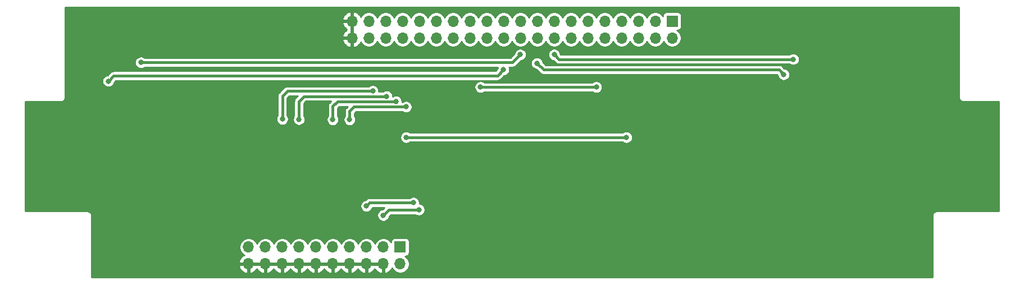
<source format=gbr>
%TF.GenerationSoftware,KiCad,Pcbnew,(5.1.6)-1*%
%TF.CreationDate,2020-11-07T21:19:57+09:00*%
%TF.ProjectId,FlightComputer-Keypad,466c6967-6874-4436-9f6d-70757465722d,rev?*%
%TF.SameCoordinates,Original*%
%TF.FileFunction,Copper,L2,Bot*%
%TF.FilePolarity,Positive*%
%FSLAX46Y46*%
G04 Gerber Fmt 4.6, Leading zero omitted, Abs format (unit mm)*
G04 Created by KiCad (PCBNEW (5.1.6)-1) date 2020-11-07 21:19:57*
%MOMM*%
%LPD*%
G01*
G04 APERTURE LIST*
%TA.AperFunction,ComponentPad*%
%ADD10O,1.700000X1.700000*%
%TD*%
%TA.AperFunction,ComponentPad*%
%ADD11R,1.700000X1.700000*%
%TD*%
%TA.AperFunction,ViaPad*%
%ADD12C,0.600000*%
%TD*%
%TA.AperFunction,ViaPad*%
%ADD13C,0.800000*%
%TD*%
%TA.AperFunction,Conductor*%
%ADD14C,0.400000*%
%TD*%
%TA.AperFunction,Conductor*%
%ADD15C,0.254000*%
%TD*%
G04 APERTURE END LIST*
D10*
%TO.P,J2,20*%
%TO.N,GND*%
X110395000Y-104430000D03*
%TO.P,J2,19*%
%TO.N,Net-(J2-Pad19)*%
X110395000Y-101890000D03*
%TO.P,J2,18*%
%TO.N,GND*%
X112935000Y-104430000D03*
%TO.P,J2,17*%
%TO.N,Net-(J2-Pad17)*%
X112935000Y-101890000D03*
%TO.P,J2,16*%
%TO.N,GND*%
X115475000Y-104430000D03*
%TO.P,J2,15*%
%TO.N,Net-(J2-Pad15)*%
X115475000Y-101890000D03*
%TO.P,J2,14*%
%TO.N,GND*%
X118015000Y-104430000D03*
%TO.P,J2,13*%
%TO.N,Net-(J2-Pad13)*%
X118015000Y-101890000D03*
%TO.P,J2,12*%
%TO.N,GND*%
X120555000Y-104430000D03*
%TO.P,J2,11*%
%TO.N,Net-(J2-Pad11)*%
X120555000Y-101890000D03*
%TO.P,J2,10*%
%TO.N,GND*%
X123095000Y-104430000D03*
%TO.P,J2,9*%
%TO.N,Net-(J2-Pad9)*%
X123095000Y-101890000D03*
%TO.P,J2,8*%
%TO.N,GND*%
X125635000Y-104430000D03*
%TO.P,J2,7*%
%TO.N,Net-(J2-Pad7)*%
X125635000Y-101890000D03*
%TO.P,J2,6*%
%TO.N,GND*%
X128175000Y-104430000D03*
%TO.P,J2,5*%
%TO.N,Net-(J2-Pad5)*%
X128175000Y-101890000D03*
%TO.P,J2,4*%
%TO.N,GND*%
X130715000Y-104430000D03*
%TO.P,J2,3*%
%TO.N,Net-(J2-Pad3)*%
X130715000Y-101890000D03*
%TO.P,J2,2*%
%TO.N,VCC_MCU*%
X133255000Y-104430000D03*
D11*
%TO.P,J2,1*%
X133255000Y-101890000D03*
%TD*%
D10*
%TO.P,J1,40*%
%TO.N,GND*%
X125995000Y-70330000D03*
%TO.P,J1,39*%
X125995000Y-67790000D03*
%TO.P,J1,38*%
%TO.N,Net-(J1-Pad38)*%
X128535000Y-70330000D03*
%TO.P,J1,37*%
%TO.N,Net-(J1-Pad37)*%
X128535000Y-67790000D03*
%TO.P,J1,36*%
%TO.N,/nRESET*%
X131075000Y-70330000D03*
%TO.P,J1,35*%
X131075000Y-67790000D03*
%TO.P,J1,34*%
%TO.N,/TDO*%
X133615000Y-70330000D03*
%TO.P,J1,33*%
X133615000Y-67790000D03*
%TO.P,J1,32*%
%TO.N,/TCLK*%
X136155000Y-70330000D03*
%TO.P,J1,31*%
X136155000Y-67790000D03*
%TO.P,J1,30*%
%TO.N,/TMS*%
X138695000Y-70330000D03*
%TO.P,J1,29*%
X138695000Y-67790000D03*
%TO.P,J1,28*%
%TO.N,/TDI*%
X141235000Y-70330000D03*
%TO.P,J1,27*%
X141235000Y-67790000D03*
%TO.P,J1,26*%
%TO.N,/TRST*%
X143775000Y-70330000D03*
%TO.P,J1,25*%
X143775000Y-67790000D03*
%TO.P,J1,24*%
%TO.N,Net-(J1-Pad24)*%
X146315000Y-70330000D03*
%TO.P,J1,23*%
%TO.N,Net-(J1-Pad23)*%
X146315000Y-67790000D03*
%TO.P,J1,22*%
%TO.N,/KEY_FUNC2*%
X148855000Y-70330000D03*
%TO.P,J1,21*%
X148855000Y-67790000D03*
%TO.P,J1,20*%
%TO.N,/KEY_FUNC1*%
X151395000Y-70330000D03*
%TO.P,J1,19*%
X151395000Y-67790000D03*
%TO.P,J1,18*%
%TO.N,/KEY_ESCAPE*%
X153935000Y-70330000D03*
%TO.P,J1,17*%
X153935000Y-67790000D03*
%TO.P,J1,16*%
%TO.N,/KEY_MENU*%
X156475000Y-70330000D03*
%TO.P,J1,15*%
X156475000Y-67790000D03*
%TO.P,J1,14*%
%TO.N,/KEY_ENTER*%
X159015000Y-70330000D03*
%TO.P,J1,13*%
X159015000Y-67790000D03*
%TO.P,J1,12*%
%TO.N,/KEY_DOWN*%
X161555000Y-70330000D03*
%TO.P,J1,11*%
X161555000Y-67790000D03*
%TO.P,J1,10*%
%TO.N,/KEY_UP*%
X164095000Y-70330000D03*
%TO.P,J1,9*%
X164095000Y-67790000D03*
%TO.P,J1,8*%
%TO.N,/KEY_RIGHT*%
X166635000Y-70330000D03*
%TO.P,J1,7*%
X166635000Y-67790000D03*
%TO.P,J1,6*%
%TO.N,/KEY_LEFT*%
X169175000Y-70330000D03*
%TO.P,J1,5*%
X169175000Y-67790000D03*
%TO.P,J1,4*%
%TO.N,Net-(J1-Pad4)*%
X171715000Y-70330000D03*
%TO.P,J1,3*%
%TO.N,Net-(J1-Pad3)*%
X171715000Y-67790000D03*
%TO.P,J1,2*%
%TO.N,VCC_MCU*%
X174255000Y-70330000D03*
D11*
%TO.P,J1,1*%
X174255000Y-67790000D03*
%TD*%
D12*
%TO.N,GND*%
X194950000Y-83750000D03*
X194950000Y-96250000D03*
X155575000Y-90050000D03*
X143200000Y-89950000D03*
X143200000Y-99050000D03*
X143075000Y-81050000D03*
X130600000Y-90050000D03*
X91375000Y-96250000D03*
X91390000Y-83750000D03*
X194950000Y-85350000D03*
X194950000Y-97825000D03*
X155575000Y-91650000D03*
X143075000Y-82650000D03*
X143200000Y-91650000D03*
X143200000Y-100650000D03*
X91370000Y-97840000D03*
X91400000Y-85350000D03*
X130610000Y-91650000D03*
D13*
%TO.N,/nRESET*%
X129129000Y-78338229D03*
X115500000Y-82573000D03*
%TO.N,/TDO*%
X117995000Y-82630000D03*
X131238229Y-79138229D03*
%TO.N,/TCLK*%
X123100000Y-82673000D03*
X132636771Y-79938229D03*
%TO.N,/TMS*%
X134138229Y-80738229D03*
X125650000Y-82663000D03*
%TO.N,/TDI*%
X135250000Y-95200000D03*
X128175000Y-95700000D03*
%TO.N,/TRST*%
X130725000Y-97100000D03*
X136100000Y-96275000D03*
%TO.N,/KEY_FUNC2*%
X89275000Y-76850000D03*
X148825000Y-75150000D03*
%TO.N,/KEY_FUNC1*%
X94175000Y-74050000D03*
X151375000Y-72850000D03*
%TO.N,/KEY_ESCAPE*%
X191075000Y-75850000D03*
X153875000Y-74150000D03*
%TO.N,/KEY_UP*%
X145375000Y-77750000D03*
X162825000Y-77750000D03*
%TO.N,/KEY_LEFT*%
X134175000Y-85350000D03*
X167375000Y-85350000D03*
%TO.N,/KEY_MENU*%
X156475000Y-72850000D03*
X192525000Y-73550000D03*
%TD*%
D14*
%TO.N,/nRESET*%
X129129000Y-78338229D02*
X116258771Y-78338229D01*
X115500000Y-79097000D02*
X115500000Y-82573000D01*
X116258771Y-78338229D02*
X115500000Y-79097000D01*
%TO.N,/TDO*%
X131238229Y-79138229D02*
X118760771Y-79138229D01*
X117995000Y-79904000D02*
X118760771Y-79138229D01*
X117995000Y-82630000D02*
X117995000Y-79904000D01*
%TO.N,/TCLK*%
X123100000Y-80641000D02*
X123100000Y-82673000D01*
X123802771Y-79938229D02*
X123100000Y-80641000D01*
X132636771Y-79938229D02*
X123802771Y-79938229D01*
%TO.N,/TMS*%
X134138229Y-80738229D02*
X126304771Y-80738229D01*
X125650000Y-81393000D02*
X125650000Y-82663000D01*
X126304771Y-80738229D02*
X125650000Y-81393000D01*
%TO.N,/TDI*%
X128675000Y-95200000D02*
X128175000Y-95700000D01*
X135250000Y-95200000D02*
X128675000Y-95200000D01*
%TO.N,/TRST*%
X136100000Y-96275000D02*
X131575000Y-96275000D01*
X130775000Y-97075000D02*
X130775000Y-97100000D01*
X131550000Y-96275000D02*
X131575000Y-96275000D01*
X130725000Y-97100000D02*
X131550000Y-96275000D01*
%TO.N,/KEY_FUNC2*%
X90075000Y-76050000D02*
X89275000Y-76850000D01*
X147925000Y-76050000D02*
X147600000Y-76050000D01*
X148825000Y-75150000D02*
X147925000Y-76050000D01*
X147600000Y-76050000D02*
X90075000Y-76050000D01*
X147875000Y-76050000D02*
X147600000Y-76050000D01*
%TO.N,/KEY_FUNC1*%
X150175000Y-74050000D02*
X150050000Y-74050000D01*
X151375000Y-72850000D02*
X150175000Y-74050000D01*
X150050000Y-74050000D02*
X94175000Y-74050000D01*
%TO.N,/KEY_ESCAPE*%
X190375000Y-75150000D02*
X191075000Y-75850000D01*
X154875000Y-75150000D02*
X190375000Y-75150000D01*
X154875000Y-75150000D02*
X153875000Y-74150000D01*
%TO.N,/KEY_UP*%
X145375000Y-77750000D02*
X162825000Y-77750000D01*
%TO.N,/KEY_LEFT*%
X167375000Y-85350000D02*
X134175000Y-85350000D01*
%TO.N,/KEY_MENU*%
X157175000Y-73550000D02*
X156475000Y-72850000D01*
X192525000Y-73550000D02*
X157175000Y-73550000D01*
%TD*%
D15*
%TO.N,GND*%
G36*
X217498001Y-79289195D02*
G01*
X217494967Y-79319999D01*
X217507073Y-79442912D01*
X217542925Y-79561102D01*
X217601147Y-79670027D01*
X217679499Y-79765500D01*
X217774972Y-79843852D01*
X217883897Y-79902074D01*
X218002087Y-79937926D01*
X218094206Y-79946999D01*
X218125000Y-79950032D01*
X218155794Y-79946999D01*
X223498000Y-79946999D01*
X223498001Y-96473000D01*
X214155794Y-96473000D01*
X214125000Y-96469967D01*
X214094206Y-96473000D01*
X214002087Y-96482073D01*
X213883897Y-96517925D01*
X213774972Y-96576147D01*
X213679499Y-96654499D01*
X213601147Y-96749972D01*
X213542925Y-96858897D01*
X213507073Y-96977087D01*
X213494967Y-97100000D01*
X213498000Y-97130793D01*
X213498001Y-106473000D01*
X86752000Y-106473000D01*
X86752000Y-104786891D01*
X108953519Y-104786891D01*
X109050843Y-105061252D01*
X109199822Y-105311355D01*
X109394731Y-105527588D01*
X109628080Y-105701641D01*
X109890901Y-105826825D01*
X110038110Y-105871476D01*
X110268000Y-105750155D01*
X110268000Y-104557000D01*
X110522000Y-104557000D01*
X110522000Y-105750155D01*
X110751890Y-105871476D01*
X110899099Y-105826825D01*
X111161920Y-105701641D01*
X111395269Y-105527588D01*
X111590178Y-105311355D01*
X111665000Y-105185745D01*
X111739822Y-105311355D01*
X111934731Y-105527588D01*
X112168080Y-105701641D01*
X112430901Y-105826825D01*
X112578110Y-105871476D01*
X112808000Y-105750155D01*
X112808000Y-104557000D01*
X113062000Y-104557000D01*
X113062000Y-105750155D01*
X113291890Y-105871476D01*
X113439099Y-105826825D01*
X113701920Y-105701641D01*
X113935269Y-105527588D01*
X114130178Y-105311355D01*
X114205000Y-105185745D01*
X114279822Y-105311355D01*
X114474731Y-105527588D01*
X114708080Y-105701641D01*
X114970901Y-105826825D01*
X115118110Y-105871476D01*
X115348000Y-105750155D01*
X115348000Y-104557000D01*
X115602000Y-104557000D01*
X115602000Y-105750155D01*
X115831890Y-105871476D01*
X115979099Y-105826825D01*
X116241920Y-105701641D01*
X116475269Y-105527588D01*
X116670178Y-105311355D01*
X116745000Y-105185745D01*
X116819822Y-105311355D01*
X117014731Y-105527588D01*
X117248080Y-105701641D01*
X117510901Y-105826825D01*
X117658110Y-105871476D01*
X117888000Y-105750155D01*
X117888000Y-104557000D01*
X118142000Y-104557000D01*
X118142000Y-105750155D01*
X118371890Y-105871476D01*
X118519099Y-105826825D01*
X118781920Y-105701641D01*
X119015269Y-105527588D01*
X119210178Y-105311355D01*
X119285000Y-105185745D01*
X119359822Y-105311355D01*
X119554731Y-105527588D01*
X119788080Y-105701641D01*
X120050901Y-105826825D01*
X120198110Y-105871476D01*
X120428000Y-105750155D01*
X120428000Y-104557000D01*
X120682000Y-104557000D01*
X120682000Y-105750155D01*
X120911890Y-105871476D01*
X121059099Y-105826825D01*
X121321920Y-105701641D01*
X121555269Y-105527588D01*
X121750178Y-105311355D01*
X121825000Y-105185745D01*
X121899822Y-105311355D01*
X122094731Y-105527588D01*
X122328080Y-105701641D01*
X122590901Y-105826825D01*
X122738110Y-105871476D01*
X122968000Y-105750155D01*
X122968000Y-104557000D01*
X123222000Y-104557000D01*
X123222000Y-105750155D01*
X123451890Y-105871476D01*
X123599099Y-105826825D01*
X123861920Y-105701641D01*
X124095269Y-105527588D01*
X124290178Y-105311355D01*
X124365000Y-105185745D01*
X124439822Y-105311355D01*
X124634731Y-105527588D01*
X124868080Y-105701641D01*
X125130901Y-105826825D01*
X125278110Y-105871476D01*
X125508000Y-105750155D01*
X125508000Y-104557000D01*
X125762000Y-104557000D01*
X125762000Y-105750155D01*
X125991890Y-105871476D01*
X126139099Y-105826825D01*
X126401920Y-105701641D01*
X126635269Y-105527588D01*
X126830178Y-105311355D01*
X126905000Y-105185745D01*
X126979822Y-105311355D01*
X127174731Y-105527588D01*
X127408080Y-105701641D01*
X127670901Y-105826825D01*
X127818110Y-105871476D01*
X128048000Y-105750155D01*
X128048000Y-104557000D01*
X128302000Y-104557000D01*
X128302000Y-105750155D01*
X128531890Y-105871476D01*
X128679099Y-105826825D01*
X128941920Y-105701641D01*
X129175269Y-105527588D01*
X129370178Y-105311355D01*
X129445000Y-105185745D01*
X129519822Y-105311355D01*
X129714731Y-105527588D01*
X129948080Y-105701641D01*
X130210901Y-105826825D01*
X130358110Y-105871476D01*
X130588000Y-105750155D01*
X130588000Y-104557000D01*
X128302000Y-104557000D01*
X128048000Y-104557000D01*
X125762000Y-104557000D01*
X125508000Y-104557000D01*
X123222000Y-104557000D01*
X122968000Y-104557000D01*
X120682000Y-104557000D01*
X120428000Y-104557000D01*
X118142000Y-104557000D01*
X117888000Y-104557000D01*
X115602000Y-104557000D01*
X115348000Y-104557000D01*
X113062000Y-104557000D01*
X112808000Y-104557000D01*
X110522000Y-104557000D01*
X110268000Y-104557000D01*
X109074186Y-104557000D01*
X108953519Y-104786891D01*
X86752000Y-104786891D01*
X86752000Y-104073109D01*
X108953519Y-104073109D01*
X109074186Y-104303000D01*
X110268000Y-104303000D01*
X110268000Y-104283000D01*
X110522000Y-104283000D01*
X110522000Y-104303000D01*
X112808000Y-104303000D01*
X112808000Y-104283000D01*
X113062000Y-104283000D01*
X113062000Y-104303000D01*
X115348000Y-104303000D01*
X115348000Y-104283000D01*
X115602000Y-104283000D01*
X115602000Y-104303000D01*
X117888000Y-104303000D01*
X117888000Y-104283000D01*
X118142000Y-104283000D01*
X118142000Y-104303000D01*
X120428000Y-104303000D01*
X120428000Y-104283000D01*
X120682000Y-104283000D01*
X120682000Y-104303000D01*
X122968000Y-104303000D01*
X122968000Y-104283000D01*
X123222000Y-104283000D01*
X123222000Y-104303000D01*
X125508000Y-104303000D01*
X125508000Y-104283000D01*
X125762000Y-104283000D01*
X125762000Y-104303000D01*
X128048000Y-104303000D01*
X128048000Y-104283000D01*
X128302000Y-104283000D01*
X128302000Y-104303000D01*
X130588000Y-104303000D01*
X130588000Y-104283000D01*
X130842000Y-104283000D01*
X130842000Y-104303000D01*
X130862000Y-104303000D01*
X130862000Y-104557000D01*
X130842000Y-104557000D01*
X130842000Y-105750155D01*
X131071890Y-105871476D01*
X131219099Y-105826825D01*
X131481920Y-105701641D01*
X131715269Y-105527588D01*
X131910178Y-105311355D01*
X132041025Y-105091692D01*
X132185414Y-105307787D01*
X132377213Y-105499586D01*
X132602746Y-105650282D01*
X132853344Y-105754083D01*
X133119377Y-105807000D01*
X133390623Y-105807000D01*
X133656656Y-105754083D01*
X133907254Y-105650282D01*
X134132787Y-105499586D01*
X134324586Y-105307787D01*
X134475282Y-105082254D01*
X134579083Y-104831656D01*
X134632000Y-104565623D01*
X134632000Y-104294377D01*
X134579083Y-104028344D01*
X134475282Y-103777746D01*
X134324586Y-103552213D01*
X134132787Y-103360414D01*
X133996798Y-103269549D01*
X134105000Y-103269549D01*
X134208310Y-103259374D01*
X134307650Y-103229239D01*
X134399202Y-103180304D01*
X134479448Y-103114448D01*
X134545304Y-103034202D01*
X134594239Y-102942650D01*
X134624374Y-102843310D01*
X134634549Y-102740000D01*
X134634549Y-101040000D01*
X134624374Y-100936690D01*
X134594239Y-100837350D01*
X134545304Y-100745798D01*
X134479448Y-100665552D01*
X134399202Y-100599696D01*
X134307650Y-100550761D01*
X134208310Y-100520626D01*
X134105000Y-100510451D01*
X132405000Y-100510451D01*
X132301690Y-100520626D01*
X132202350Y-100550761D01*
X132110798Y-100599696D01*
X132030552Y-100665552D01*
X131964696Y-100745798D01*
X131915761Y-100837350D01*
X131885626Y-100936690D01*
X131875451Y-101040000D01*
X131875451Y-101148202D01*
X131784586Y-101012213D01*
X131592787Y-100820414D01*
X131367254Y-100669718D01*
X131116656Y-100565917D01*
X130850623Y-100513000D01*
X130579377Y-100513000D01*
X130313344Y-100565917D01*
X130062746Y-100669718D01*
X129837213Y-100820414D01*
X129645414Y-101012213D01*
X129494718Y-101237746D01*
X129445000Y-101357776D01*
X129395282Y-101237746D01*
X129244586Y-101012213D01*
X129052787Y-100820414D01*
X128827254Y-100669718D01*
X128576656Y-100565917D01*
X128310623Y-100513000D01*
X128039377Y-100513000D01*
X127773344Y-100565917D01*
X127522746Y-100669718D01*
X127297213Y-100820414D01*
X127105414Y-101012213D01*
X126954718Y-101237746D01*
X126905000Y-101357776D01*
X126855282Y-101237746D01*
X126704586Y-101012213D01*
X126512787Y-100820414D01*
X126287254Y-100669718D01*
X126036656Y-100565917D01*
X125770623Y-100513000D01*
X125499377Y-100513000D01*
X125233344Y-100565917D01*
X124982746Y-100669718D01*
X124757213Y-100820414D01*
X124565414Y-101012213D01*
X124414718Y-101237746D01*
X124365000Y-101357776D01*
X124315282Y-101237746D01*
X124164586Y-101012213D01*
X123972787Y-100820414D01*
X123747254Y-100669718D01*
X123496656Y-100565917D01*
X123230623Y-100513000D01*
X122959377Y-100513000D01*
X122693344Y-100565917D01*
X122442746Y-100669718D01*
X122217213Y-100820414D01*
X122025414Y-101012213D01*
X121874718Y-101237746D01*
X121825000Y-101357776D01*
X121775282Y-101237746D01*
X121624586Y-101012213D01*
X121432787Y-100820414D01*
X121207254Y-100669718D01*
X120956656Y-100565917D01*
X120690623Y-100513000D01*
X120419377Y-100513000D01*
X120153344Y-100565917D01*
X119902746Y-100669718D01*
X119677213Y-100820414D01*
X119485414Y-101012213D01*
X119334718Y-101237746D01*
X119285000Y-101357776D01*
X119235282Y-101237746D01*
X119084586Y-101012213D01*
X118892787Y-100820414D01*
X118667254Y-100669718D01*
X118416656Y-100565917D01*
X118150623Y-100513000D01*
X117879377Y-100513000D01*
X117613344Y-100565917D01*
X117362746Y-100669718D01*
X117137213Y-100820414D01*
X116945414Y-101012213D01*
X116794718Y-101237746D01*
X116745000Y-101357776D01*
X116695282Y-101237746D01*
X116544586Y-101012213D01*
X116352787Y-100820414D01*
X116127254Y-100669718D01*
X115876656Y-100565917D01*
X115610623Y-100513000D01*
X115339377Y-100513000D01*
X115073344Y-100565917D01*
X114822746Y-100669718D01*
X114597213Y-100820414D01*
X114405414Y-101012213D01*
X114254718Y-101237746D01*
X114205000Y-101357776D01*
X114155282Y-101237746D01*
X114004586Y-101012213D01*
X113812787Y-100820414D01*
X113587254Y-100669718D01*
X113336656Y-100565917D01*
X113070623Y-100513000D01*
X112799377Y-100513000D01*
X112533344Y-100565917D01*
X112282746Y-100669718D01*
X112057213Y-100820414D01*
X111865414Y-101012213D01*
X111714718Y-101237746D01*
X111665000Y-101357776D01*
X111615282Y-101237746D01*
X111464586Y-101012213D01*
X111272787Y-100820414D01*
X111047254Y-100669718D01*
X110796656Y-100565917D01*
X110530623Y-100513000D01*
X110259377Y-100513000D01*
X109993344Y-100565917D01*
X109742746Y-100669718D01*
X109517213Y-100820414D01*
X109325414Y-101012213D01*
X109174718Y-101237746D01*
X109070917Y-101488344D01*
X109018000Y-101754377D01*
X109018000Y-102025623D01*
X109070917Y-102291656D01*
X109174718Y-102542254D01*
X109325414Y-102767787D01*
X109517213Y-102959586D01*
X109737032Y-103106464D01*
X109628080Y-103158359D01*
X109394731Y-103332412D01*
X109199822Y-103548645D01*
X109050843Y-103798748D01*
X108953519Y-104073109D01*
X86752000Y-104073109D01*
X86752000Y-97130793D01*
X86755033Y-97100000D01*
X86742927Y-96977087D01*
X86707075Y-96858897D01*
X86648853Y-96749972D01*
X86570501Y-96654499D01*
X86475028Y-96576147D01*
X86366103Y-96517925D01*
X86247913Y-96482073D01*
X86155794Y-96473000D01*
X86125000Y-96469967D01*
X86094206Y-96473000D01*
X76752000Y-96473000D01*
X76752000Y-95608699D01*
X127248000Y-95608699D01*
X127248000Y-95791301D01*
X127283624Y-95970396D01*
X127353504Y-96139099D01*
X127454952Y-96290928D01*
X127584072Y-96420048D01*
X127735901Y-96521496D01*
X127904604Y-96591376D01*
X128083699Y-96627000D01*
X128266301Y-96627000D01*
X128445396Y-96591376D01*
X128614099Y-96521496D01*
X128765928Y-96420048D01*
X128895048Y-96290928D01*
X128996496Y-96139099D01*
X129066376Y-95970396D01*
X129075008Y-95927000D01*
X130869867Y-95927000D01*
X130621426Y-96175441D01*
X130454604Y-96208624D01*
X130285901Y-96278504D01*
X130134072Y-96379952D01*
X130004952Y-96509072D01*
X129903504Y-96660901D01*
X129833624Y-96829604D01*
X129798000Y-97008699D01*
X129798000Y-97191301D01*
X129833624Y-97370396D01*
X129903504Y-97539099D01*
X130004952Y-97690928D01*
X130134072Y-97820048D01*
X130285901Y-97921496D01*
X130454604Y-97991376D01*
X130633699Y-98027000D01*
X130816301Y-98027000D01*
X130995396Y-97991376D01*
X131164099Y-97921496D01*
X131315928Y-97820048D01*
X131445048Y-97690928D01*
X131546496Y-97539099D01*
X131616376Y-97370396D01*
X131649559Y-97203574D01*
X131851133Y-97002000D01*
X135519476Y-97002000D01*
X135660901Y-97096496D01*
X135829604Y-97166376D01*
X136008699Y-97202000D01*
X136191301Y-97202000D01*
X136370396Y-97166376D01*
X136539099Y-97096496D01*
X136690928Y-96995048D01*
X136820048Y-96865928D01*
X136921496Y-96714099D01*
X136991376Y-96545396D01*
X137027000Y-96366301D01*
X137027000Y-96183699D01*
X136991376Y-96004604D01*
X136921496Y-95835901D01*
X136820048Y-95684072D01*
X136690928Y-95554952D01*
X136539099Y-95453504D01*
X136370396Y-95383624D01*
X136191301Y-95348000D01*
X136165722Y-95348000D01*
X136177000Y-95291301D01*
X136177000Y-95108699D01*
X136141376Y-94929604D01*
X136071496Y-94760901D01*
X135970048Y-94609072D01*
X135840928Y-94479952D01*
X135689099Y-94378504D01*
X135520396Y-94308624D01*
X135341301Y-94273000D01*
X135158699Y-94273000D01*
X134979604Y-94308624D01*
X134810901Y-94378504D01*
X134669476Y-94473000D01*
X128710708Y-94473000D01*
X128675000Y-94469483D01*
X128532482Y-94483520D01*
X128395443Y-94525090D01*
X128269147Y-94592597D01*
X128158446Y-94683446D01*
X128135683Y-94711184D01*
X128071425Y-94775441D01*
X127904604Y-94808624D01*
X127735901Y-94878504D01*
X127584072Y-94979952D01*
X127454952Y-95109072D01*
X127353504Y-95260901D01*
X127283624Y-95429604D01*
X127248000Y-95608699D01*
X76752000Y-95608699D01*
X76752000Y-85258699D01*
X133248000Y-85258699D01*
X133248000Y-85441301D01*
X133283624Y-85620396D01*
X133353504Y-85789099D01*
X133454952Y-85940928D01*
X133584072Y-86070048D01*
X133735901Y-86171496D01*
X133904604Y-86241376D01*
X134083699Y-86277000D01*
X134266301Y-86277000D01*
X134445396Y-86241376D01*
X134614099Y-86171496D01*
X134755524Y-86077000D01*
X166794476Y-86077000D01*
X166935901Y-86171496D01*
X167104604Y-86241376D01*
X167283699Y-86277000D01*
X167466301Y-86277000D01*
X167645396Y-86241376D01*
X167814099Y-86171496D01*
X167965928Y-86070048D01*
X168095048Y-85940928D01*
X168196496Y-85789099D01*
X168266376Y-85620396D01*
X168302000Y-85441301D01*
X168302000Y-85258699D01*
X168266376Y-85079604D01*
X168196496Y-84910901D01*
X168095048Y-84759072D01*
X167965928Y-84629952D01*
X167814099Y-84528504D01*
X167645396Y-84458624D01*
X167466301Y-84423000D01*
X167283699Y-84423000D01*
X167104604Y-84458624D01*
X166935901Y-84528504D01*
X166794476Y-84623000D01*
X134755524Y-84623000D01*
X134614099Y-84528504D01*
X134445396Y-84458624D01*
X134266301Y-84423000D01*
X134083699Y-84423000D01*
X133904604Y-84458624D01*
X133735901Y-84528504D01*
X133584072Y-84629952D01*
X133454952Y-84759072D01*
X133353504Y-84910901D01*
X133283624Y-85079604D01*
X133248000Y-85258699D01*
X76752000Y-85258699D01*
X76752000Y-82481699D01*
X114573000Y-82481699D01*
X114573000Y-82664301D01*
X114608624Y-82843396D01*
X114678504Y-83012099D01*
X114779952Y-83163928D01*
X114909072Y-83293048D01*
X115060901Y-83394496D01*
X115229604Y-83464376D01*
X115408699Y-83500000D01*
X115591301Y-83500000D01*
X115770396Y-83464376D01*
X115939099Y-83394496D01*
X116090928Y-83293048D01*
X116220048Y-83163928D01*
X116321496Y-83012099D01*
X116391376Y-82843396D01*
X116427000Y-82664301D01*
X116427000Y-82481699D01*
X116391376Y-82302604D01*
X116321496Y-82133901D01*
X116227000Y-81992476D01*
X116227000Y-79398132D01*
X116559904Y-79065229D01*
X117805638Y-79065229D01*
X117506188Y-79364679D01*
X117478447Y-79387446D01*
X117432929Y-79442911D01*
X117387598Y-79498147D01*
X117320090Y-79624444D01*
X117278520Y-79761483D01*
X117264483Y-79904000D01*
X117268001Y-79939718D01*
X117268000Y-82049476D01*
X117173504Y-82190901D01*
X117103624Y-82359604D01*
X117068000Y-82538699D01*
X117068000Y-82721301D01*
X117103624Y-82900396D01*
X117173504Y-83069099D01*
X117274952Y-83220928D01*
X117404072Y-83350048D01*
X117555901Y-83451496D01*
X117724604Y-83521376D01*
X117903699Y-83557000D01*
X118086301Y-83557000D01*
X118265396Y-83521376D01*
X118434099Y-83451496D01*
X118585928Y-83350048D01*
X118715048Y-83220928D01*
X118816496Y-83069099D01*
X118886376Y-82900396D01*
X118922000Y-82721301D01*
X118922000Y-82538699D01*
X118886376Y-82359604D01*
X118816496Y-82190901D01*
X118722000Y-82049476D01*
X118722000Y-80205133D01*
X119061904Y-79865229D01*
X122847639Y-79865229D01*
X122611189Y-80101679D01*
X122583446Y-80124447D01*
X122503654Y-80221675D01*
X122492598Y-80235147D01*
X122425090Y-80361444D01*
X122383520Y-80498483D01*
X122369483Y-80641000D01*
X122373000Y-80676708D01*
X122373001Y-82092475D01*
X122278504Y-82233901D01*
X122208624Y-82402604D01*
X122173000Y-82581699D01*
X122173000Y-82764301D01*
X122208624Y-82943396D01*
X122278504Y-83112099D01*
X122379952Y-83263928D01*
X122509072Y-83393048D01*
X122660901Y-83494496D01*
X122829604Y-83564376D01*
X123008699Y-83600000D01*
X123191301Y-83600000D01*
X123370396Y-83564376D01*
X123539099Y-83494496D01*
X123690928Y-83393048D01*
X123820048Y-83263928D01*
X123921496Y-83112099D01*
X123991376Y-82943396D01*
X124027000Y-82764301D01*
X124027000Y-82581699D01*
X123991376Y-82402604D01*
X123921496Y-82233901D01*
X123827000Y-82092476D01*
X123827000Y-80942132D01*
X124103904Y-80665229D01*
X125349639Y-80665229D01*
X125161189Y-80853679D01*
X125133446Y-80876447D01*
X125042597Y-80987148D01*
X125026221Y-81017786D01*
X124975090Y-81113444D01*
X124933520Y-81250483D01*
X124919483Y-81393000D01*
X124923000Y-81428708D01*
X124923001Y-82082476D01*
X124828504Y-82223901D01*
X124758624Y-82392604D01*
X124723000Y-82571699D01*
X124723000Y-82754301D01*
X124758624Y-82933396D01*
X124828504Y-83102099D01*
X124929952Y-83253928D01*
X125059072Y-83383048D01*
X125210901Y-83484496D01*
X125379604Y-83554376D01*
X125558699Y-83590000D01*
X125741301Y-83590000D01*
X125920396Y-83554376D01*
X126089099Y-83484496D01*
X126240928Y-83383048D01*
X126370048Y-83253928D01*
X126471496Y-83102099D01*
X126541376Y-82933396D01*
X126577000Y-82754301D01*
X126577000Y-82571699D01*
X126541376Y-82392604D01*
X126471496Y-82223901D01*
X126377000Y-82082476D01*
X126377000Y-81694132D01*
X126605904Y-81465229D01*
X133557705Y-81465229D01*
X133699130Y-81559725D01*
X133867833Y-81629605D01*
X134046928Y-81665229D01*
X134229530Y-81665229D01*
X134408625Y-81629605D01*
X134577328Y-81559725D01*
X134729157Y-81458277D01*
X134858277Y-81329157D01*
X134959725Y-81177328D01*
X135029605Y-81008625D01*
X135065229Y-80829530D01*
X135065229Y-80646928D01*
X135029605Y-80467833D01*
X134959725Y-80299130D01*
X134858277Y-80147301D01*
X134729157Y-80018181D01*
X134577328Y-79916733D01*
X134408625Y-79846853D01*
X134229530Y-79811229D01*
X134046928Y-79811229D01*
X133867833Y-79846853D01*
X133699130Y-79916733D01*
X133563771Y-80007176D01*
X133563771Y-79846928D01*
X133528147Y-79667833D01*
X133458267Y-79499130D01*
X133356819Y-79347301D01*
X133227699Y-79218181D01*
X133075870Y-79116733D01*
X132907167Y-79046853D01*
X132728072Y-79011229D01*
X132545470Y-79011229D01*
X132366375Y-79046853D01*
X132197672Y-79116733D01*
X132165229Y-79138411D01*
X132165229Y-79046928D01*
X132129605Y-78867833D01*
X132059725Y-78699130D01*
X131958277Y-78547301D01*
X131829157Y-78418181D01*
X131677328Y-78316733D01*
X131508625Y-78246853D01*
X131329530Y-78211229D01*
X131146928Y-78211229D01*
X130967833Y-78246853D01*
X130799130Y-78316733D01*
X130657705Y-78411229D01*
X130056000Y-78411229D01*
X130056000Y-78246928D01*
X130020376Y-78067833D01*
X129950496Y-77899130D01*
X129849048Y-77747301D01*
X129760446Y-77658699D01*
X144448000Y-77658699D01*
X144448000Y-77841301D01*
X144483624Y-78020396D01*
X144553504Y-78189099D01*
X144654952Y-78340928D01*
X144784072Y-78470048D01*
X144935901Y-78571496D01*
X145104604Y-78641376D01*
X145283699Y-78677000D01*
X145466301Y-78677000D01*
X145645396Y-78641376D01*
X145814099Y-78571496D01*
X145955524Y-78477000D01*
X162244476Y-78477000D01*
X162385901Y-78571496D01*
X162554604Y-78641376D01*
X162733699Y-78677000D01*
X162916301Y-78677000D01*
X163095396Y-78641376D01*
X163264099Y-78571496D01*
X163415928Y-78470048D01*
X163545048Y-78340928D01*
X163646496Y-78189099D01*
X163716376Y-78020396D01*
X163752000Y-77841301D01*
X163752000Y-77658699D01*
X163716376Y-77479604D01*
X163646496Y-77310901D01*
X163545048Y-77159072D01*
X163415928Y-77029952D01*
X163264099Y-76928504D01*
X163095396Y-76858624D01*
X162916301Y-76823000D01*
X162733699Y-76823000D01*
X162554604Y-76858624D01*
X162385901Y-76928504D01*
X162244476Y-77023000D01*
X145955524Y-77023000D01*
X145814099Y-76928504D01*
X145645396Y-76858624D01*
X145466301Y-76823000D01*
X145283699Y-76823000D01*
X145104604Y-76858624D01*
X144935901Y-76928504D01*
X144784072Y-77029952D01*
X144654952Y-77159072D01*
X144553504Y-77310901D01*
X144483624Y-77479604D01*
X144448000Y-77658699D01*
X129760446Y-77658699D01*
X129719928Y-77618181D01*
X129568099Y-77516733D01*
X129399396Y-77446853D01*
X129220301Y-77411229D01*
X129037699Y-77411229D01*
X128858604Y-77446853D01*
X128689901Y-77516733D01*
X128548476Y-77611229D01*
X116294478Y-77611229D01*
X116258770Y-77607712D01*
X116116253Y-77621749D01*
X116084358Y-77631424D01*
X115979214Y-77663319D01*
X115852918Y-77730826D01*
X115742217Y-77821675D01*
X115719450Y-77849418D01*
X115011189Y-78557679D01*
X114983446Y-78580447D01*
X114892597Y-78691148D01*
X114846533Y-78777328D01*
X114825090Y-78817444D01*
X114783520Y-78954483D01*
X114769483Y-79097000D01*
X114773000Y-79132708D01*
X114773001Y-81992475D01*
X114678504Y-82133901D01*
X114608624Y-82302604D01*
X114573000Y-82481699D01*
X76752000Y-82481699D01*
X76752000Y-79946999D01*
X82094206Y-79946999D01*
X82125000Y-79950032D01*
X82155794Y-79946999D01*
X82247913Y-79937926D01*
X82366103Y-79902074D01*
X82475028Y-79843852D01*
X82570501Y-79765500D01*
X82648853Y-79670027D01*
X82707075Y-79561102D01*
X82742927Y-79442912D01*
X82755033Y-79319999D01*
X82752000Y-79289205D01*
X82752000Y-76758699D01*
X88348000Y-76758699D01*
X88348000Y-76941301D01*
X88383624Y-77120396D01*
X88453504Y-77289099D01*
X88554952Y-77440928D01*
X88684072Y-77570048D01*
X88835901Y-77671496D01*
X89004604Y-77741376D01*
X89183699Y-77777000D01*
X89366301Y-77777000D01*
X89545396Y-77741376D01*
X89714099Y-77671496D01*
X89865928Y-77570048D01*
X89995048Y-77440928D01*
X90096496Y-77289099D01*
X90166376Y-77120396D01*
X90199559Y-76953574D01*
X90376133Y-76777000D01*
X147889292Y-76777000D01*
X147925000Y-76780517D01*
X148067517Y-76766480D01*
X148093168Y-76758699D01*
X148204557Y-76724910D01*
X148330853Y-76657403D01*
X148441554Y-76566554D01*
X148464325Y-76538807D01*
X148928574Y-76074559D01*
X149095396Y-76041376D01*
X149264099Y-75971496D01*
X149415928Y-75870048D01*
X149545048Y-75740928D01*
X149646496Y-75589099D01*
X149716376Y-75420396D01*
X149752000Y-75241301D01*
X149752000Y-75058699D01*
X149716376Y-74879604D01*
X149673875Y-74777000D01*
X150139292Y-74777000D01*
X150175000Y-74780517D01*
X150317517Y-74766480D01*
X150454557Y-74724910D01*
X150580853Y-74657403D01*
X150691554Y-74566554D01*
X150714326Y-74538806D01*
X151194433Y-74058699D01*
X152948000Y-74058699D01*
X152948000Y-74241301D01*
X152983624Y-74420396D01*
X153053504Y-74589099D01*
X153154952Y-74740928D01*
X153284072Y-74870048D01*
X153435901Y-74971496D01*
X153604604Y-75041376D01*
X153771426Y-75074559D01*
X154335679Y-75638812D01*
X154358446Y-75666554D01*
X154469147Y-75757403D01*
X154595443Y-75824910D01*
X154732482Y-75866480D01*
X154875000Y-75880517D01*
X154910708Y-75877000D01*
X190073868Y-75877000D01*
X190150441Y-75953574D01*
X190183624Y-76120396D01*
X190253504Y-76289099D01*
X190354952Y-76440928D01*
X190484072Y-76570048D01*
X190635901Y-76671496D01*
X190804604Y-76741376D01*
X190983699Y-76777000D01*
X191166301Y-76777000D01*
X191345396Y-76741376D01*
X191514099Y-76671496D01*
X191665928Y-76570048D01*
X191795048Y-76440928D01*
X191896496Y-76289099D01*
X191966376Y-76120396D01*
X192002000Y-75941301D01*
X192002000Y-75758699D01*
X191966376Y-75579604D01*
X191896496Y-75410901D01*
X191795048Y-75259072D01*
X191665928Y-75129952D01*
X191514099Y-75028504D01*
X191345396Y-74958624D01*
X191178574Y-74925441D01*
X190914325Y-74661193D01*
X190891554Y-74633446D01*
X190780853Y-74542597D01*
X190654557Y-74475090D01*
X190517517Y-74433520D01*
X190410708Y-74423000D01*
X190375000Y-74419483D01*
X190339292Y-74423000D01*
X155176133Y-74423000D01*
X154799559Y-74046426D01*
X154766376Y-73879604D01*
X154696496Y-73710901D01*
X154595048Y-73559072D01*
X154465928Y-73429952D01*
X154314099Y-73328504D01*
X154145396Y-73258624D01*
X153966301Y-73223000D01*
X153783699Y-73223000D01*
X153604604Y-73258624D01*
X153435901Y-73328504D01*
X153284072Y-73429952D01*
X153154952Y-73559072D01*
X153053504Y-73710901D01*
X152983624Y-73879604D01*
X152948000Y-74058699D01*
X151194433Y-74058699D01*
X151478574Y-73774559D01*
X151645396Y-73741376D01*
X151814099Y-73671496D01*
X151965928Y-73570048D01*
X152095048Y-73440928D01*
X152196496Y-73289099D01*
X152266376Y-73120396D01*
X152302000Y-72941301D01*
X152302000Y-72758699D01*
X155548000Y-72758699D01*
X155548000Y-72941301D01*
X155583624Y-73120396D01*
X155653504Y-73289099D01*
X155754952Y-73440928D01*
X155884072Y-73570048D01*
X156035901Y-73671496D01*
X156204604Y-73741376D01*
X156371426Y-73774559D01*
X156635679Y-74038811D01*
X156658446Y-74066554D01*
X156769147Y-74157403D01*
X156895443Y-74224910D01*
X157032483Y-74266480D01*
X157139292Y-74277000D01*
X157139294Y-74277000D01*
X157174999Y-74280517D01*
X157210705Y-74277000D01*
X191944476Y-74277000D01*
X192085901Y-74371496D01*
X192254604Y-74441376D01*
X192433699Y-74477000D01*
X192616301Y-74477000D01*
X192795396Y-74441376D01*
X192964099Y-74371496D01*
X193115928Y-74270048D01*
X193245048Y-74140928D01*
X193346496Y-73989099D01*
X193416376Y-73820396D01*
X193452000Y-73641301D01*
X193452000Y-73458699D01*
X193416376Y-73279604D01*
X193346496Y-73110901D01*
X193245048Y-72959072D01*
X193115928Y-72829952D01*
X192964099Y-72728504D01*
X192795396Y-72658624D01*
X192616301Y-72623000D01*
X192433699Y-72623000D01*
X192254604Y-72658624D01*
X192085901Y-72728504D01*
X191944476Y-72823000D01*
X157476133Y-72823000D01*
X157399559Y-72746426D01*
X157366376Y-72579604D01*
X157296496Y-72410901D01*
X157195048Y-72259072D01*
X157065928Y-72129952D01*
X156914099Y-72028504D01*
X156745396Y-71958624D01*
X156566301Y-71923000D01*
X156383699Y-71923000D01*
X156204604Y-71958624D01*
X156035901Y-72028504D01*
X155884072Y-72129952D01*
X155754952Y-72259072D01*
X155653504Y-72410901D01*
X155583624Y-72579604D01*
X155548000Y-72758699D01*
X152302000Y-72758699D01*
X152266376Y-72579604D01*
X152196496Y-72410901D01*
X152095048Y-72259072D01*
X151965928Y-72129952D01*
X151814099Y-72028504D01*
X151645396Y-71958624D01*
X151466301Y-71923000D01*
X151283699Y-71923000D01*
X151104604Y-71958624D01*
X150935901Y-72028504D01*
X150784072Y-72129952D01*
X150654952Y-72259072D01*
X150553504Y-72410901D01*
X150483624Y-72579604D01*
X150450441Y-72746426D01*
X149873868Y-73323000D01*
X94755524Y-73323000D01*
X94614099Y-73228504D01*
X94445396Y-73158624D01*
X94266301Y-73123000D01*
X94083699Y-73123000D01*
X93904604Y-73158624D01*
X93735901Y-73228504D01*
X93584072Y-73329952D01*
X93454952Y-73459072D01*
X93353504Y-73610901D01*
X93283624Y-73779604D01*
X93248000Y-73958699D01*
X93248000Y-74141301D01*
X93283624Y-74320396D01*
X93353504Y-74489099D01*
X93454952Y-74640928D01*
X93584072Y-74770048D01*
X93735901Y-74871496D01*
X93904604Y-74941376D01*
X94083699Y-74977000D01*
X94266301Y-74977000D01*
X94445396Y-74941376D01*
X94614099Y-74871496D01*
X94755524Y-74777000D01*
X147976125Y-74777000D01*
X147933624Y-74879604D01*
X147900441Y-75046426D01*
X147623868Y-75323000D01*
X90110708Y-75323000D01*
X90075000Y-75319483D01*
X89932482Y-75333520D01*
X89841292Y-75361182D01*
X89795443Y-75375090D01*
X89669147Y-75442597D01*
X89558446Y-75533446D01*
X89535683Y-75561183D01*
X89171426Y-75925441D01*
X89004604Y-75958624D01*
X88835901Y-76028504D01*
X88684072Y-76129952D01*
X88554952Y-76259072D01*
X88453504Y-76410901D01*
X88383624Y-76579604D01*
X88348000Y-76758699D01*
X82752000Y-76758699D01*
X82752000Y-70686891D01*
X124553519Y-70686891D01*
X124650843Y-70961252D01*
X124799822Y-71211355D01*
X124994731Y-71427588D01*
X125228080Y-71601641D01*
X125490901Y-71726825D01*
X125638110Y-71771476D01*
X125868000Y-71650155D01*
X125868000Y-70457000D01*
X124674186Y-70457000D01*
X124553519Y-70686891D01*
X82752000Y-70686891D01*
X82752000Y-68146891D01*
X124553519Y-68146891D01*
X124650843Y-68421252D01*
X124799822Y-68671355D01*
X124994731Y-68887588D01*
X125225880Y-69060000D01*
X124994731Y-69232412D01*
X124799822Y-69448645D01*
X124650843Y-69698748D01*
X124553519Y-69973109D01*
X124674186Y-70203000D01*
X125868000Y-70203000D01*
X125868000Y-67917000D01*
X124674186Y-67917000D01*
X124553519Y-68146891D01*
X82752000Y-68146891D01*
X82752000Y-67433109D01*
X124553519Y-67433109D01*
X124674186Y-67663000D01*
X125868000Y-67663000D01*
X125868000Y-66469845D01*
X126122000Y-66469845D01*
X126122000Y-67663000D01*
X126142000Y-67663000D01*
X126142000Y-67917000D01*
X126122000Y-67917000D01*
X126122000Y-70203000D01*
X126142000Y-70203000D01*
X126142000Y-70457000D01*
X126122000Y-70457000D01*
X126122000Y-71650155D01*
X126351890Y-71771476D01*
X126499099Y-71726825D01*
X126761920Y-71601641D01*
X126995269Y-71427588D01*
X127190178Y-71211355D01*
X127321025Y-70991692D01*
X127465414Y-71207787D01*
X127657213Y-71399586D01*
X127882746Y-71550282D01*
X128133344Y-71654083D01*
X128399377Y-71707000D01*
X128670623Y-71707000D01*
X128936656Y-71654083D01*
X129187254Y-71550282D01*
X129412787Y-71399586D01*
X129604586Y-71207787D01*
X129755282Y-70982254D01*
X129805000Y-70862224D01*
X129854718Y-70982254D01*
X130005414Y-71207787D01*
X130197213Y-71399586D01*
X130422746Y-71550282D01*
X130673344Y-71654083D01*
X130939377Y-71707000D01*
X131210623Y-71707000D01*
X131476656Y-71654083D01*
X131727254Y-71550282D01*
X131952787Y-71399586D01*
X132144586Y-71207787D01*
X132295282Y-70982254D01*
X132345000Y-70862224D01*
X132394718Y-70982254D01*
X132545414Y-71207787D01*
X132737213Y-71399586D01*
X132962746Y-71550282D01*
X133213344Y-71654083D01*
X133479377Y-71707000D01*
X133750623Y-71707000D01*
X134016656Y-71654083D01*
X134267254Y-71550282D01*
X134492787Y-71399586D01*
X134684586Y-71207787D01*
X134835282Y-70982254D01*
X134885000Y-70862224D01*
X134934718Y-70982254D01*
X135085414Y-71207787D01*
X135277213Y-71399586D01*
X135502746Y-71550282D01*
X135753344Y-71654083D01*
X136019377Y-71707000D01*
X136290623Y-71707000D01*
X136556656Y-71654083D01*
X136807254Y-71550282D01*
X137032787Y-71399586D01*
X137224586Y-71207787D01*
X137375282Y-70982254D01*
X137425000Y-70862224D01*
X137474718Y-70982254D01*
X137625414Y-71207787D01*
X137817213Y-71399586D01*
X138042746Y-71550282D01*
X138293344Y-71654083D01*
X138559377Y-71707000D01*
X138830623Y-71707000D01*
X139096656Y-71654083D01*
X139347254Y-71550282D01*
X139572787Y-71399586D01*
X139764586Y-71207787D01*
X139915282Y-70982254D01*
X139965000Y-70862224D01*
X140014718Y-70982254D01*
X140165414Y-71207787D01*
X140357213Y-71399586D01*
X140582746Y-71550282D01*
X140833344Y-71654083D01*
X141099377Y-71707000D01*
X141370623Y-71707000D01*
X141636656Y-71654083D01*
X141887254Y-71550282D01*
X142112787Y-71399586D01*
X142304586Y-71207787D01*
X142455282Y-70982254D01*
X142505000Y-70862224D01*
X142554718Y-70982254D01*
X142705414Y-71207787D01*
X142897213Y-71399586D01*
X143122746Y-71550282D01*
X143373344Y-71654083D01*
X143639377Y-71707000D01*
X143910623Y-71707000D01*
X144176656Y-71654083D01*
X144427254Y-71550282D01*
X144652787Y-71399586D01*
X144844586Y-71207787D01*
X144995282Y-70982254D01*
X145045000Y-70862224D01*
X145094718Y-70982254D01*
X145245414Y-71207787D01*
X145437213Y-71399586D01*
X145662746Y-71550282D01*
X145913344Y-71654083D01*
X146179377Y-71707000D01*
X146450623Y-71707000D01*
X146716656Y-71654083D01*
X146967254Y-71550282D01*
X147192787Y-71399586D01*
X147384586Y-71207787D01*
X147535282Y-70982254D01*
X147585000Y-70862224D01*
X147634718Y-70982254D01*
X147785414Y-71207787D01*
X147977213Y-71399586D01*
X148202746Y-71550282D01*
X148453344Y-71654083D01*
X148719377Y-71707000D01*
X148990623Y-71707000D01*
X149256656Y-71654083D01*
X149507254Y-71550282D01*
X149732787Y-71399586D01*
X149924586Y-71207787D01*
X150075282Y-70982254D01*
X150125000Y-70862224D01*
X150174718Y-70982254D01*
X150325414Y-71207787D01*
X150517213Y-71399586D01*
X150742746Y-71550282D01*
X150993344Y-71654083D01*
X151259377Y-71707000D01*
X151530623Y-71707000D01*
X151796656Y-71654083D01*
X152047254Y-71550282D01*
X152272787Y-71399586D01*
X152464586Y-71207787D01*
X152615282Y-70982254D01*
X152665000Y-70862224D01*
X152714718Y-70982254D01*
X152865414Y-71207787D01*
X153057213Y-71399586D01*
X153282746Y-71550282D01*
X153533344Y-71654083D01*
X153799377Y-71707000D01*
X154070623Y-71707000D01*
X154336656Y-71654083D01*
X154587254Y-71550282D01*
X154812787Y-71399586D01*
X155004586Y-71207787D01*
X155155282Y-70982254D01*
X155205000Y-70862224D01*
X155254718Y-70982254D01*
X155405414Y-71207787D01*
X155597213Y-71399586D01*
X155822746Y-71550282D01*
X156073344Y-71654083D01*
X156339377Y-71707000D01*
X156610623Y-71707000D01*
X156876656Y-71654083D01*
X157127254Y-71550282D01*
X157352787Y-71399586D01*
X157544586Y-71207787D01*
X157695282Y-70982254D01*
X157745000Y-70862224D01*
X157794718Y-70982254D01*
X157945414Y-71207787D01*
X158137213Y-71399586D01*
X158362746Y-71550282D01*
X158613344Y-71654083D01*
X158879377Y-71707000D01*
X159150623Y-71707000D01*
X159416656Y-71654083D01*
X159667254Y-71550282D01*
X159892787Y-71399586D01*
X160084586Y-71207787D01*
X160235282Y-70982254D01*
X160285000Y-70862224D01*
X160334718Y-70982254D01*
X160485414Y-71207787D01*
X160677213Y-71399586D01*
X160902746Y-71550282D01*
X161153344Y-71654083D01*
X161419377Y-71707000D01*
X161690623Y-71707000D01*
X161956656Y-71654083D01*
X162207254Y-71550282D01*
X162432787Y-71399586D01*
X162624586Y-71207787D01*
X162775282Y-70982254D01*
X162825000Y-70862224D01*
X162874718Y-70982254D01*
X163025414Y-71207787D01*
X163217213Y-71399586D01*
X163442746Y-71550282D01*
X163693344Y-71654083D01*
X163959377Y-71707000D01*
X164230623Y-71707000D01*
X164496656Y-71654083D01*
X164747254Y-71550282D01*
X164972787Y-71399586D01*
X165164586Y-71207787D01*
X165315282Y-70982254D01*
X165365000Y-70862224D01*
X165414718Y-70982254D01*
X165565414Y-71207787D01*
X165757213Y-71399586D01*
X165982746Y-71550282D01*
X166233344Y-71654083D01*
X166499377Y-71707000D01*
X166770623Y-71707000D01*
X167036656Y-71654083D01*
X167287254Y-71550282D01*
X167512787Y-71399586D01*
X167704586Y-71207787D01*
X167855282Y-70982254D01*
X167905000Y-70862224D01*
X167954718Y-70982254D01*
X168105414Y-71207787D01*
X168297213Y-71399586D01*
X168522746Y-71550282D01*
X168773344Y-71654083D01*
X169039377Y-71707000D01*
X169310623Y-71707000D01*
X169576656Y-71654083D01*
X169827254Y-71550282D01*
X170052787Y-71399586D01*
X170244586Y-71207787D01*
X170395282Y-70982254D01*
X170445000Y-70862224D01*
X170494718Y-70982254D01*
X170645414Y-71207787D01*
X170837213Y-71399586D01*
X171062746Y-71550282D01*
X171313344Y-71654083D01*
X171579377Y-71707000D01*
X171850623Y-71707000D01*
X172116656Y-71654083D01*
X172367254Y-71550282D01*
X172592787Y-71399586D01*
X172784586Y-71207787D01*
X172935282Y-70982254D01*
X172985000Y-70862224D01*
X173034718Y-70982254D01*
X173185414Y-71207787D01*
X173377213Y-71399586D01*
X173602746Y-71550282D01*
X173853344Y-71654083D01*
X174119377Y-71707000D01*
X174390623Y-71707000D01*
X174656656Y-71654083D01*
X174907254Y-71550282D01*
X175132787Y-71399586D01*
X175324586Y-71207787D01*
X175475282Y-70982254D01*
X175579083Y-70731656D01*
X175632000Y-70465623D01*
X175632000Y-70194377D01*
X175579083Y-69928344D01*
X175475282Y-69677746D01*
X175324586Y-69452213D01*
X175132787Y-69260414D01*
X174996798Y-69169549D01*
X175105000Y-69169549D01*
X175208310Y-69159374D01*
X175307650Y-69129239D01*
X175399202Y-69080304D01*
X175479448Y-69014448D01*
X175545304Y-68934202D01*
X175594239Y-68842650D01*
X175624374Y-68743310D01*
X175634549Y-68640000D01*
X175634549Y-66940000D01*
X175624374Y-66836690D01*
X175594239Y-66737350D01*
X175545304Y-66645798D01*
X175479448Y-66565552D01*
X175399202Y-66499696D01*
X175307650Y-66450761D01*
X175208310Y-66420626D01*
X175105000Y-66410451D01*
X173405000Y-66410451D01*
X173301690Y-66420626D01*
X173202350Y-66450761D01*
X173110798Y-66499696D01*
X173030552Y-66565552D01*
X172964696Y-66645798D01*
X172915761Y-66737350D01*
X172885626Y-66836690D01*
X172875451Y-66940000D01*
X172875451Y-67048202D01*
X172784586Y-66912213D01*
X172592787Y-66720414D01*
X172367254Y-66569718D01*
X172116656Y-66465917D01*
X171850623Y-66413000D01*
X171579377Y-66413000D01*
X171313344Y-66465917D01*
X171062746Y-66569718D01*
X170837213Y-66720414D01*
X170645414Y-66912213D01*
X170494718Y-67137746D01*
X170445000Y-67257776D01*
X170395282Y-67137746D01*
X170244586Y-66912213D01*
X170052787Y-66720414D01*
X169827254Y-66569718D01*
X169576656Y-66465917D01*
X169310623Y-66413000D01*
X169039377Y-66413000D01*
X168773344Y-66465917D01*
X168522746Y-66569718D01*
X168297213Y-66720414D01*
X168105414Y-66912213D01*
X167954718Y-67137746D01*
X167905000Y-67257776D01*
X167855282Y-67137746D01*
X167704586Y-66912213D01*
X167512787Y-66720414D01*
X167287254Y-66569718D01*
X167036656Y-66465917D01*
X166770623Y-66413000D01*
X166499377Y-66413000D01*
X166233344Y-66465917D01*
X165982746Y-66569718D01*
X165757213Y-66720414D01*
X165565414Y-66912213D01*
X165414718Y-67137746D01*
X165365000Y-67257776D01*
X165315282Y-67137746D01*
X165164586Y-66912213D01*
X164972787Y-66720414D01*
X164747254Y-66569718D01*
X164496656Y-66465917D01*
X164230623Y-66413000D01*
X163959377Y-66413000D01*
X163693344Y-66465917D01*
X163442746Y-66569718D01*
X163217213Y-66720414D01*
X163025414Y-66912213D01*
X162874718Y-67137746D01*
X162825000Y-67257776D01*
X162775282Y-67137746D01*
X162624586Y-66912213D01*
X162432787Y-66720414D01*
X162207254Y-66569718D01*
X161956656Y-66465917D01*
X161690623Y-66413000D01*
X161419377Y-66413000D01*
X161153344Y-66465917D01*
X160902746Y-66569718D01*
X160677213Y-66720414D01*
X160485414Y-66912213D01*
X160334718Y-67137746D01*
X160285000Y-67257776D01*
X160235282Y-67137746D01*
X160084586Y-66912213D01*
X159892787Y-66720414D01*
X159667254Y-66569718D01*
X159416656Y-66465917D01*
X159150623Y-66413000D01*
X158879377Y-66413000D01*
X158613344Y-66465917D01*
X158362746Y-66569718D01*
X158137213Y-66720414D01*
X157945414Y-66912213D01*
X157794718Y-67137746D01*
X157745000Y-67257776D01*
X157695282Y-67137746D01*
X157544586Y-66912213D01*
X157352787Y-66720414D01*
X157127254Y-66569718D01*
X156876656Y-66465917D01*
X156610623Y-66413000D01*
X156339377Y-66413000D01*
X156073344Y-66465917D01*
X155822746Y-66569718D01*
X155597213Y-66720414D01*
X155405414Y-66912213D01*
X155254718Y-67137746D01*
X155205000Y-67257776D01*
X155155282Y-67137746D01*
X155004586Y-66912213D01*
X154812787Y-66720414D01*
X154587254Y-66569718D01*
X154336656Y-66465917D01*
X154070623Y-66413000D01*
X153799377Y-66413000D01*
X153533344Y-66465917D01*
X153282746Y-66569718D01*
X153057213Y-66720414D01*
X152865414Y-66912213D01*
X152714718Y-67137746D01*
X152665000Y-67257776D01*
X152615282Y-67137746D01*
X152464586Y-66912213D01*
X152272787Y-66720414D01*
X152047254Y-66569718D01*
X151796656Y-66465917D01*
X151530623Y-66413000D01*
X151259377Y-66413000D01*
X150993344Y-66465917D01*
X150742746Y-66569718D01*
X150517213Y-66720414D01*
X150325414Y-66912213D01*
X150174718Y-67137746D01*
X150125000Y-67257776D01*
X150075282Y-67137746D01*
X149924586Y-66912213D01*
X149732787Y-66720414D01*
X149507254Y-66569718D01*
X149256656Y-66465917D01*
X148990623Y-66413000D01*
X148719377Y-66413000D01*
X148453344Y-66465917D01*
X148202746Y-66569718D01*
X147977213Y-66720414D01*
X147785414Y-66912213D01*
X147634718Y-67137746D01*
X147585000Y-67257776D01*
X147535282Y-67137746D01*
X147384586Y-66912213D01*
X147192787Y-66720414D01*
X146967254Y-66569718D01*
X146716656Y-66465917D01*
X146450623Y-66413000D01*
X146179377Y-66413000D01*
X145913344Y-66465917D01*
X145662746Y-66569718D01*
X145437213Y-66720414D01*
X145245414Y-66912213D01*
X145094718Y-67137746D01*
X145045000Y-67257776D01*
X144995282Y-67137746D01*
X144844586Y-66912213D01*
X144652787Y-66720414D01*
X144427254Y-66569718D01*
X144176656Y-66465917D01*
X143910623Y-66413000D01*
X143639377Y-66413000D01*
X143373344Y-66465917D01*
X143122746Y-66569718D01*
X142897213Y-66720414D01*
X142705414Y-66912213D01*
X142554718Y-67137746D01*
X142505000Y-67257776D01*
X142455282Y-67137746D01*
X142304586Y-66912213D01*
X142112787Y-66720414D01*
X141887254Y-66569718D01*
X141636656Y-66465917D01*
X141370623Y-66413000D01*
X141099377Y-66413000D01*
X140833344Y-66465917D01*
X140582746Y-66569718D01*
X140357213Y-66720414D01*
X140165414Y-66912213D01*
X140014718Y-67137746D01*
X139965000Y-67257776D01*
X139915282Y-67137746D01*
X139764586Y-66912213D01*
X139572787Y-66720414D01*
X139347254Y-66569718D01*
X139096656Y-66465917D01*
X138830623Y-66413000D01*
X138559377Y-66413000D01*
X138293344Y-66465917D01*
X138042746Y-66569718D01*
X137817213Y-66720414D01*
X137625414Y-66912213D01*
X137474718Y-67137746D01*
X137425000Y-67257776D01*
X137375282Y-67137746D01*
X137224586Y-66912213D01*
X137032787Y-66720414D01*
X136807254Y-66569718D01*
X136556656Y-66465917D01*
X136290623Y-66413000D01*
X136019377Y-66413000D01*
X135753344Y-66465917D01*
X135502746Y-66569718D01*
X135277213Y-66720414D01*
X135085414Y-66912213D01*
X134934718Y-67137746D01*
X134885000Y-67257776D01*
X134835282Y-67137746D01*
X134684586Y-66912213D01*
X134492787Y-66720414D01*
X134267254Y-66569718D01*
X134016656Y-66465917D01*
X133750623Y-66413000D01*
X133479377Y-66413000D01*
X133213344Y-66465917D01*
X132962746Y-66569718D01*
X132737213Y-66720414D01*
X132545414Y-66912213D01*
X132394718Y-67137746D01*
X132345000Y-67257776D01*
X132295282Y-67137746D01*
X132144586Y-66912213D01*
X131952787Y-66720414D01*
X131727254Y-66569718D01*
X131476656Y-66465917D01*
X131210623Y-66413000D01*
X130939377Y-66413000D01*
X130673344Y-66465917D01*
X130422746Y-66569718D01*
X130197213Y-66720414D01*
X130005414Y-66912213D01*
X129854718Y-67137746D01*
X129805000Y-67257776D01*
X129755282Y-67137746D01*
X129604586Y-66912213D01*
X129412787Y-66720414D01*
X129187254Y-66569718D01*
X128936656Y-66465917D01*
X128670623Y-66413000D01*
X128399377Y-66413000D01*
X128133344Y-66465917D01*
X127882746Y-66569718D01*
X127657213Y-66720414D01*
X127465414Y-66912213D01*
X127321025Y-67128308D01*
X127190178Y-66908645D01*
X126995269Y-66692412D01*
X126761920Y-66518359D01*
X126499099Y-66393175D01*
X126351890Y-66348524D01*
X126122000Y-66469845D01*
X125868000Y-66469845D01*
X125638110Y-66348524D01*
X125490901Y-66393175D01*
X125228080Y-66518359D01*
X124994731Y-66692412D01*
X124799822Y-66908645D01*
X124650843Y-67158748D01*
X124553519Y-67433109D01*
X82752000Y-67433109D01*
X82752000Y-65747000D01*
X217498000Y-65747000D01*
X217498001Y-79289195D01*
G37*
X217498001Y-79289195D02*
X217494967Y-79319999D01*
X217507073Y-79442912D01*
X217542925Y-79561102D01*
X217601147Y-79670027D01*
X217679499Y-79765500D01*
X217774972Y-79843852D01*
X217883897Y-79902074D01*
X218002087Y-79937926D01*
X218094206Y-79946999D01*
X218125000Y-79950032D01*
X218155794Y-79946999D01*
X223498000Y-79946999D01*
X223498001Y-96473000D01*
X214155794Y-96473000D01*
X214125000Y-96469967D01*
X214094206Y-96473000D01*
X214002087Y-96482073D01*
X213883897Y-96517925D01*
X213774972Y-96576147D01*
X213679499Y-96654499D01*
X213601147Y-96749972D01*
X213542925Y-96858897D01*
X213507073Y-96977087D01*
X213494967Y-97100000D01*
X213498000Y-97130793D01*
X213498001Y-106473000D01*
X86752000Y-106473000D01*
X86752000Y-104786891D01*
X108953519Y-104786891D01*
X109050843Y-105061252D01*
X109199822Y-105311355D01*
X109394731Y-105527588D01*
X109628080Y-105701641D01*
X109890901Y-105826825D01*
X110038110Y-105871476D01*
X110268000Y-105750155D01*
X110268000Y-104557000D01*
X110522000Y-104557000D01*
X110522000Y-105750155D01*
X110751890Y-105871476D01*
X110899099Y-105826825D01*
X111161920Y-105701641D01*
X111395269Y-105527588D01*
X111590178Y-105311355D01*
X111665000Y-105185745D01*
X111739822Y-105311355D01*
X111934731Y-105527588D01*
X112168080Y-105701641D01*
X112430901Y-105826825D01*
X112578110Y-105871476D01*
X112808000Y-105750155D01*
X112808000Y-104557000D01*
X113062000Y-104557000D01*
X113062000Y-105750155D01*
X113291890Y-105871476D01*
X113439099Y-105826825D01*
X113701920Y-105701641D01*
X113935269Y-105527588D01*
X114130178Y-105311355D01*
X114205000Y-105185745D01*
X114279822Y-105311355D01*
X114474731Y-105527588D01*
X114708080Y-105701641D01*
X114970901Y-105826825D01*
X115118110Y-105871476D01*
X115348000Y-105750155D01*
X115348000Y-104557000D01*
X115602000Y-104557000D01*
X115602000Y-105750155D01*
X115831890Y-105871476D01*
X115979099Y-105826825D01*
X116241920Y-105701641D01*
X116475269Y-105527588D01*
X116670178Y-105311355D01*
X116745000Y-105185745D01*
X116819822Y-105311355D01*
X117014731Y-105527588D01*
X117248080Y-105701641D01*
X117510901Y-105826825D01*
X117658110Y-105871476D01*
X117888000Y-105750155D01*
X117888000Y-104557000D01*
X118142000Y-104557000D01*
X118142000Y-105750155D01*
X118371890Y-105871476D01*
X118519099Y-105826825D01*
X118781920Y-105701641D01*
X119015269Y-105527588D01*
X119210178Y-105311355D01*
X119285000Y-105185745D01*
X119359822Y-105311355D01*
X119554731Y-105527588D01*
X119788080Y-105701641D01*
X120050901Y-105826825D01*
X120198110Y-105871476D01*
X120428000Y-105750155D01*
X120428000Y-104557000D01*
X120682000Y-104557000D01*
X120682000Y-105750155D01*
X120911890Y-105871476D01*
X121059099Y-105826825D01*
X121321920Y-105701641D01*
X121555269Y-105527588D01*
X121750178Y-105311355D01*
X121825000Y-105185745D01*
X121899822Y-105311355D01*
X122094731Y-105527588D01*
X122328080Y-105701641D01*
X122590901Y-105826825D01*
X122738110Y-105871476D01*
X122968000Y-105750155D01*
X122968000Y-104557000D01*
X123222000Y-104557000D01*
X123222000Y-105750155D01*
X123451890Y-105871476D01*
X123599099Y-105826825D01*
X123861920Y-105701641D01*
X124095269Y-105527588D01*
X124290178Y-105311355D01*
X124365000Y-105185745D01*
X124439822Y-105311355D01*
X124634731Y-105527588D01*
X124868080Y-105701641D01*
X125130901Y-105826825D01*
X125278110Y-105871476D01*
X125508000Y-105750155D01*
X125508000Y-104557000D01*
X125762000Y-104557000D01*
X125762000Y-105750155D01*
X125991890Y-105871476D01*
X126139099Y-105826825D01*
X126401920Y-105701641D01*
X126635269Y-105527588D01*
X126830178Y-105311355D01*
X126905000Y-105185745D01*
X126979822Y-105311355D01*
X127174731Y-105527588D01*
X127408080Y-105701641D01*
X127670901Y-105826825D01*
X127818110Y-105871476D01*
X128048000Y-105750155D01*
X128048000Y-104557000D01*
X128302000Y-104557000D01*
X128302000Y-105750155D01*
X128531890Y-105871476D01*
X128679099Y-105826825D01*
X128941920Y-105701641D01*
X129175269Y-105527588D01*
X129370178Y-105311355D01*
X129445000Y-105185745D01*
X129519822Y-105311355D01*
X129714731Y-105527588D01*
X129948080Y-105701641D01*
X130210901Y-105826825D01*
X130358110Y-105871476D01*
X130588000Y-105750155D01*
X130588000Y-104557000D01*
X128302000Y-104557000D01*
X128048000Y-104557000D01*
X125762000Y-104557000D01*
X125508000Y-104557000D01*
X123222000Y-104557000D01*
X122968000Y-104557000D01*
X120682000Y-104557000D01*
X120428000Y-104557000D01*
X118142000Y-104557000D01*
X117888000Y-104557000D01*
X115602000Y-104557000D01*
X115348000Y-104557000D01*
X113062000Y-104557000D01*
X112808000Y-104557000D01*
X110522000Y-104557000D01*
X110268000Y-104557000D01*
X109074186Y-104557000D01*
X108953519Y-104786891D01*
X86752000Y-104786891D01*
X86752000Y-104073109D01*
X108953519Y-104073109D01*
X109074186Y-104303000D01*
X110268000Y-104303000D01*
X110268000Y-104283000D01*
X110522000Y-104283000D01*
X110522000Y-104303000D01*
X112808000Y-104303000D01*
X112808000Y-104283000D01*
X113062000Y-104283000D01*
X113062000Y-104303000D01*
X115348000Y-104303000D01*
X115348000Y-104283000D01*
X115602000Y-104283000D01*
X115602000Y-104303000D01*
X117888000Y-104303000D01*
X117888000Y-104283000D01*
X118142000Y-104283000D01*
X118142000Y-104303000D01*
X120428000Y-104303000D01*
X120428000Y-104283000D01*
X120682000Y-104283000D01*
X120682000Y-104303000D01*
X122968000Y-104303000D01*
X122968000Y-104283000D01*
X123222000Y-104283000D01*
X123222000Y-104303000D01*
X125508000Y-104303000D01*
X125508000Y-104283000D01*
X125762000Y-104283000D01*
X125762000Y-104303000D01*
X128048000Y-104303000D01*
X128048000Y-104283000D01*
X128302000Y-104283000D01*
X128302000Y-104303000D01*
X130588000Y-104303000D01*
X130588000Y-104283000D01*
X130842000Y-104283000D01*
X130842000Y-104303000D01*
X130862000Y-104303000D01*
X130862000Y-104557000D01*
X130842000Y-104557000D01*
X130842000Y-105750155D01*
X131071890Y-105871476D01*
X131219099Y-105826825D01*
X131481920Y-105701641D01*
X131715269Y-105527588D01*
X131910178Y-105311355D01*
X132041025Y-105091692D01*
X132185414Y-105307787D01*
X132377213Y-105499586D01*
X132602746Y-105650282D01*
X132853344Y-105754083D01*
X133119377Y-105807000D01*
X133390623Y-105807000D01*
X133656656Y-105754083D01*
X133907254Y-105650282D01*
X134132787Y-105499586D01*
X134324586Y-105307787D01*
X134475282Y-105082254D01*
X134579083Y-104831656D01*
X134632000Y-104565623D01*
X134632000Y-104294377D01*
X134579083Y-104028344D01*
X134475282Y-103777746D01*
X134324586Y-103552213D01*
X134132787Y-103360414D01*
X133996798Y-103269549D01*
X134105000Y-103269549D01*
X134208310Y-103259374D01*
X134307650Y-103229239D01*
X134399202Y-103180304D01*
X134479448Y-103114448D01*
X134545304Y-103034202D01*
X134594239Y-102942650D01*
X134624374Y-102843310D01*
X134634549Y-102740000D01*
X134634549Y-101040000D01*
X134624374Y-100936690D01*
X134594239Y-100837350D01*
X134545304Y-100745798D01*
X134479448Y-100665552D01*
X134399202Y-100599696D01*
X134307650Y-100550761D01*
X134208310Y-100520626D01*
X134105000Y-100510451D01*
X132405000Y-100510451D01*
X132301690Y-100520626D01*
X132202350Y-100550761D01*
X132110798Y-100599696D01*
X132030552Y-100665552D01*
X131964696Y-100745798D01*
X131915761Y-100837350D01*
X131885626Y-100936690D01*
X131875451Y-101040000D01*
X131875451Y-101148202D01*
X131784586Y-101012213D01*
X131592787Y-100820414D01*
X131367254Y-100669718D01*
X131116656Y-100565917D01*
X130850623Y-100513000D01*
X130579377Y-100513000D01*
X130313344Y-100565917D01*
X130062746Y-100669718D01*
X129837213Y-100820414D01*
X129645414Y-101012213D01*
X129494718Y-101237746D01*
X129445000Y-101357776D01*
X129395282Y-101237746D01*
X129244586Y-101012213D01*
X129052787Y-100820414D01*
X128827254Y-100669718D01*
X128576656Y-100565917D01*
X128310623Y-100513000D01*
X128039377Y-100513000D01*
X127773344Y-100565917D01*
X127522746Y-100669718D01*
X127297213Y-100820414D01*
X127105414Y-101012213D01*
X126954718Y-101237746D01*
X126905000Y-101357776D01*
X126855282Y-101237746D01*
X126704586Y-101012213D01*
X126512787Y-100820414D01*
X126287254Y-100669718D01*
X126036656Y-100565917D01*
X125770623Y-100513000D01*
X125499377Y-100513000D01*
X125233344Y-100565917D01*
X124982746Y-100669718D01*
X124757213Y-100820414D01*
X124565414Y-101012213D01*
X124414718Y-101237746D01*
X124365000Y-101357776D01*
X124315282Y-101237746D01*
X124164586Y-101012213D01*
X123972787Y-100820414D01*
X123747254Y-100669718D01*
X123496656Y-100565917D01*
X123230623Y-100513000D01*
X122959377Y-100513000D01*
X122693344Y-100565917D01*
X122442746Y-100669718D01*
X122217213Y-100820414D01*
X122025414Y-101012213D01*
X121874718Y-101237746D01*
X121825000Y-101357776D01*
X121775282Y-101237746D01*
X121624586Y-101012213D01*
X121432787Y-100820414D01*
X121207254Y-100669718D01*
X120956656Y-100565917D01*
X120690623Y-100513000D01*
X120419377Y-100513000D01*
X120153344Y-100565917D01*
X119902746Y-100669718D01*
X119677213Y-100820414D01*
X119485414Y-101012213D01*
X119334718Y-101237746D01*
X119285000Y-101357776D01*
X119235282Y-101237746D01*
X119084586Y-101012213D01*
X118892787Y-100820414D01*
X118667254Y-100669718D01*
X118416656Y-100565917D01*
X118150623Y-100513000D01*
X117879377Y-100513000D01*
X117613344Y-100565917D01*
X117362746Y-100669718D01*
X117137213Y-100820414D01*
X116945414Y-101012213D01*
X116794718Y-101237746D01*
X116745000Y-101357776D01*
X116695282Y-101237746D01*
X116544586Y-101012213D01*
X116352787Y-100820414D01*
X116127254Y-100669718D01*
X115876656Y-100565917D01*
X115610623Y-100513000D01*
X115339377Y-100513000D01*
X115073344Y-100565917D01*
X114822746Y-100669718D01*
X114597213Y-100820414D01*
X114405414Y-101012213D01*
X114254718Y-101237746D01*
X114205000Y-101357776D01*
X114155282Y-101237746D01*
X114004586Y-101012213D01*
X113812787Y-100820414D01*
X113587254Y-100669718D01*
X113336656Y-100565917D01*
X113070623Y-100513000D01*
X112799377Y-100513000D01*
X112533344Y-100565917D01*
X112282746Y-100669718D01*
X112057213Y-100820414D01*
X111865414Y-101012213D01*
X111714718Y-101237746D01*
X111665000Y-101357776D01*
X111615282Y-101237746D01*
X111464586Y-101012213D01*
X111272787Y-100820414D01*
X111047254Y-100669718D01*
X110796656Y-100565917D01*
X110530623Y-100513000D01*
X110259377Y-100513000D01*
X109993344Y-100565917D01*
X109742746Y-100669718D01*
X109517213Y-100820414D01*
X109325414Y-101012213D01*
X109174718Y-101237746D01*
X109070917Y-101488344D01*
X109018000Y-101754377D01*
X109018000Y-102025623D01*
X109070917Y-102291656D01*
X109174718Y-102542254D01*
X109325414Y-102767787D01*
X109517213Y-102959586D01*
X109737032Y-103106464D01*
X109628080Y-103158359D01*
X109394731Y-103332412D01*
X109199822Y-103548645D01*
X109050843Y-103798748D01*
X108953519Y-104073109D01*
X86752000Y-104073109D01*
X86752000Y-97130793D01*
X86755033Y-97100000D01*
X86742927Y-96977087D01*
X86707075Y-96858897D01*
X86648853Y-96749972D01*
X86570501Y-96654499D01*
X86475028Y-96576147D01*
X86366103Y-96517925D01*
X86247913Y-96482073D01*
X86155794Y-96473000D01*
X86125000Y-96469967D01*
X86094206Y-96473000D01*
X76752000Y-96473000D01*
X76752000Y-95608699D01*
X127248000Y-95608699D01*
X127248000Y-95791301D01*
X127283624Y-95970396D01*
X127353504Y-96139099D01*
X127454952Y-96290928D01*
X127584072Y-96420048D01*
X127735901Y-96521496D01*
X127904604Y-96591376D01*
X128083699Y-96627000D01*
X128266301Y-96627000D01*
X128445396Y-96591376D01*
X128614099Y-96521496D01*
X128765928Y-96420048D01*
X128895048Y-96290928D01*
X128996496Y-96139099D01*
X129066376Y-95970396D01*
X129075008Y-95927000D01*
X130869867Y-95927000D01*
X130621426Y-96175441D01*
X130454604Y-96208624D01*
X130285901Y-96278504D01*
X130134072Y-96379952D01*
X130004952Y-96509072D01*
X129903504Y-96660901D01*
X129833624Y-96829604D01*
X129798000Y-97008699D01*
X129798000Y-97191301D01*
X129833624Y-97370396D01*
X129903504Y-97539099D01*
X130004952Y-97690928D01*
X130134072Y-97820048D01*
X130285901Y-97921496D01*
X130454604Y-97991376D01*
X130633699Y-98027000D01*
X130816301Y-98027000D01*
X130995396Y-97991376D01*
X131164099Y-97921496D01*
X131315928Y-97820048D01*
X131445048Y-97690928D01*
X131546496Y-97539099D01*
X131616376Y-97370396D01*
X131649559Y-97203574D01*
X131851133Y-97002000D01*
X135519476Y-97002000D01*
X135660901Y-97096496D01*
X135829604Y-97166376D01*
X136008699Y-97202000D01*
X136191301Y-97202000D01*
X136370396Y-97166376D01*
X136539099Y-97096496D01*
X136690928Y-96995048D01*
X136820048Y-96865928D01*
X136921496Y-96714099D01*
X136991376Y-96545396D01*
X137027000Y-96366301D01*
X137027000Y-96183699D01*
X136991376Y-96004604D01*
X136921496Y-95835901D01*
X136820048Y-95684072D01*
X136690928Y-95554952D01*
X136539099Y-95453504D01*
X136370396Y-95383624D01*
X136191301Y-95348000D01*
X136165722Y-95348000D01*
X136177000Y-95291301D01*
X136177000Y-95108699D01*
X136141376Y-94929604D01*
X136071496Y-94760901D01*
X135970048Y-94609072D01*
X135840928Y-94479952D01*
X135689099Y-94378504D01*
X135520396Y-94308624D01*
X135341301Y-94273000D01*
X135158699Y-94273000D01*
X134979604Y-94308624D01*
X134810901Y-94378504D01*
X134669476Y-94473000D01*
X128710708Y-94473000D01*
X128675000Y-94469483D01*
X128532482Y-94483520D01*
X128395443Y-94525090D01*
X128269147Y-94592597D01*
X128158446Y-94683446D01*
X128135683Y-94711184D01*
X128071425Y-94775441D01*
X127904604Y-94808624D01*
X127735901Y-94878504D01*
X127584072Y-94979952D01*
X127454952Y-95109072D01*
X127353504Y-95260901D01*
X127283624Y-95429604D01*
X127248000Y-95608699D01*
X76752000Y-95608699D01*
X76752000Y-85258699D01*
X133248000Y-85258699D01*
X133248000Y-85441301D01*
X133283624Y-85620396D01*
X133353504Y-85789099D01*
X133454952Y-85940928D01*
X133584072Y-86070048D01*
X133735901Y-86171496D01*
X133904604Y-86241376D01*
X134083699Y-86277000D01*
X134266301Y-86277000D01*
X134445396Y-86241376D01*
X134614099Y-86171496D01*
X134755524Y-86077000D01*
X166794476Y-86077000D01*
X166935901Y-86171496D01*
X167104604Y-86241376D01*
X167283699Y-86277000D01*
X167466301Y-86277000D01*
X167645396Y-86241376D01*
X167814099Y-86171496D01*
X167965928Y-86070048D01*
X168095048Y-85940928D01*
X168196496Y-85789099D01*
X168266376Y-85620396D01*
X168302000Y-85441301D01*
X168302000Y-85258699D01*
X168266376Y-85079604D01*
X168196496Y-84910901D01*
X168095048Y-84759072D01*
X167965928Y-84629952D01*
X167814099Y-84528504D01*
X167645396Y-84458624D01*
X167466301Y-84423000D01*
X167283699Y-84423000D01*
X167104604Y-84458624D01*
X166935901Y-84528504D01*
X166794476Y-84623000D01*
X134755524Y-84623000D01*
X134614099Y-84528504D01*
X134445396Y-84458624D01*
X134266301Y-84423000D01*
X134083699Y-84423000D01*
X133904604Y-84458624D01*
X133735901Y-84528504D01*
X133584072Y-84629952D01*
X133454952Y-84759072D01*
X133353504Y-84910901D01*
X133283624Y-85079604D01*
X133248000Y-85258699D01*
X76752000Y-85258699D01*
X76752000Y-82481699D01*
X114573000Y-82481699D01*
X114573000Y-82664301D01*
X114608624Y-82843396D01*
X114678504Y-83012099D01*
X114779952Y-83163928D01*
X114909072Y-83293048D01*
X115060901Y-83394496D01*
X115229604Y-83464376D01*
X115408699Y-83500000D01*
X115591301Y-83500000D01*
X115770396Y-83464376D01*
X115939099Y-83394496D01*
X116090928Y-83293048D01*
X116220048Y-83163928D01*
X116321496Y-83012099D01*
X116391376Y-82843396D01*
X116427000Y-82664301D01*
X116427000Y-82481699D01*
X116391376Y-82302604D01*
X116321496Y-82133901D01*
X116227000Y-81992476D01*
X116227000Y-79398132D01*
X116559904Y-79065229D01*
X117805638Y-79065229D01*
X117506188Y-79364679D01*
X117478447Y-79387446D01*
X117432929Y-79442911D01*
X117387598Y-79498147D01*
X117320090Y-79624444D01*
X117278520Y-79761483D01*
X117264483Y-79904000D01*
X117268001Y-79939718D01*
X117268000Y-82049476D01*
X117173504Y-82190901D01*
X117103624Y-82359604D01*
X117068000Y-82538699D01*
X117068000Y-82721301D01*
X117103624Y-82900396D01*
X117173504Y-83069099D01*
X117274952Y-83220928D01*
X117404072Y-83350048D01*
X117555901Y-83451496D01*
X117724604Y-83521376D01*
X117903699Y-83557000D01*
X118086301Y-83557000D01*
X118265396Y-83521376D01*
X118434099Y-83451496D01*
X118585928Y-83350048D01*
X118715048Y-83220928D01*
X118816496Y-83069099D01*
X118886376Y-82900396D01*
X118922000Y-82721301D01*
X118922000Y-82538699D01*
X118886376Y-82359604D01*
X118816496Y-82190901D01*
X118722000Y-82049476D01*
X118722000Y-80205133D01*
X119061904Y-79865229D01*
X122847639Y-79865229D01*
X122611189Y-80101679D01*
X122583446Y-80124447D01*
X122503654Y-80221675D01*
X122492598Y-80235147D01*
X122425090Y-80361444D01*
X122383520Y-80498483D01*
X122369483Y-80641000D01*
X122373000Y-80676708D01*
X122373001Y-82092475D01*
X122278504Y-82233901D01*
X122208624Y-82402604D01*
X122173000Y-82581699D01*
X122173000Y-82764301D01*
X122208624Y-82943396D01*
X122278504Y-83112099D01*
X122379952Y-83263928D01*
X122509072Y-83393048D01*
X122660901Y-83494496D01*
X122829604Y-83564376D01*
X123008699Y-83600000D01*
X123191301Y-83600000D01*
X123370396Y-83564376D01*
X123539099Y-83494496D01*
X123690928Y-83393048D01*
X123820048Y-83263928D01*
X123921496Y-83112099D01*
X123991376Y-82943396D01*
X124027000Y-82764301D01*
X124027000Y-82581699D01*
X123991376Y-82402604D01*
X123921496Y-82233901D01*
X123827000Y-82092476D01*
X123827000Y-80942132D01*
X124103904Y-80665229D01*
X125349639Y-80665229D01*
X125161189Y-80853679D01*
X125133446Y-80876447D01*
X125042597Y-80987148D01*
X125026221Y-81017786D01*
X124975090Y-81113444D01*
X124933520Y-81250483D01*
X124919483Y-81393000D01*
X124923000Y-81428708D01*
X124923001Y-82082476D01*
X124828504Y-82223901D01*
X124758624Y-82392604D01*
X124723000Y-82571699D01*
X124723000Y-82754301D01*
X124758624Y-82933396D01*
X124828504Y-83102099D01*
X124929952Y-83253928D01*
X125059072Y-83383048D01*
X125210901Y-83484496D01*
X125379604Y-83554376D01*
X125558699Y-83590000D01*
X125741301Y-83590000D01*
X125920396Y-83554376D01*
X126089099Y-83484496D01*
X126240928Y-83383048D01*
X126370048Y-83253928D01*
X126471496Y-83102099D01*
X126541376Y-82933396D01*
X126577000Y-82754301D01*
X126577000Y-82571699D01*
X126541376Y-82392604D01*
X126471496Y-82223901D01*
X126377000Y-82082476D01*
X126377000Y-81694132D01*
X126605904Y-81465229D01*
X133557705Y-81465229D01*
X133699130Y-81559725D01*
X133867833Y-81629605D01*
X134046928Y-81665229D01*
X134229530Y-81665229D01*
X134408625Y-81629605D01*
X134577328Y-81559725D01*
X134729157Y-81458277D01*
X134858277Y-81329157D01*
X134959725Y-81177328D01*
X135029605Y-81008625D01*
X135065229Y-80829530D01*
X135065229Y-80646928D01*
X135029605Y-80467833D01*
X134959725Y-80299130D01*
X134858277Y-80147301D01*
X134729157Y-80018181D01*
X134577328Y-79916733D01*
X134408625Y-79846853D01*
X134229530Y-79811229D01*
X134046928Y-79811229D01*
X133867833Y-79846853D01*
X133699130Y-79916733D01*
X133563771Y-80007176D01*
X133563771Y-79846928D01*
X133528147Y-79667833D01*
X133458267Y-79499130D01*
X133356819Y-79347301D01*
X133227699Y-79218181D01*
X133075870Y-79116733D01*
X132907167Y-79046853D01*
X132728072Y-79011229D01*
X132545470Y-79011229D01*
X132366375Y-79046853D01*
X132197672Y-79116733D01*
X132165229Y-79138411D01*
X132165229Y-79046928D01*
X132129605Y-78867833D01*
X132059725Y-78699130D01*
X131958277Y-78547301D01*
X131829157Y-78418181D01*
X131677328Y-78316733D01*
X131508625Y-78246853D01*
X131329530Y-78211229D01*
X131146928Y-78211229D01*
X130967833Y-78246853D01*
X130799130Y-78316733D01*
X130657705Y-78411229D01*
X130056000Y-78411229D01*
X130056000Y-78246928D01*
X130020376Y-78067833D01*
X129950496Y-77899130D01*
X129849048Y-77747301D01*
X129760446Y-77658699D01*
X144448000Y-77658699D01*
X144448000Y-77841301D01*
X144483624Y-78020396D01*
X144553504Y-78189099D01*
X144654952Y-78340928D01*
X144784072Y-78470048D01*
X144935901Y-78571496D01*
X145104604Y-78641376D01*
X145283699Y-78677000D01*
X145466301Y-78677000D01*
X145645396Y-78641376D01*
X145814099Y-78571496D01*
X145955524Y-78477000D01*
X162244476Y-78477000D01*
X162385901Y-78571496D01*
X162554604Y-78641376D01*
X162733699Y-78677000D01*
X162916301Y-78677000D01*
X163095396Y-78641376D01*
X163264099Y-78571496D01*
X163415928Y-78470048D01*
X163545048Y-78340928D01*
X163646496Y-78189099D01*
X163716376Y-78020396D01*
X163752000Y-77841301D01*
X163752000Y-77658699D01*
X163716376Y-77479604D01*
X163646496Y-77310901D01*
X163545048Y-77159072D01*
X163415928Y-77029952D01*
X163264099Y-76928504D01*
X163095396Y-76858624D01*
X162916301Y-76823000D01*
X162733699Y-76823000D01*
X162554604Y-76858624D01*
X162385901Y-76928504D01*
X162244476Y-77023000D01*
X145955524Y-77023000D01*
X145814099Y-76928504D01*
X145645396Y-76858624D01*
X145466301Y-76823000D01*
X145283699Y-76823000D01*
X145104604Y-76858624D01*
X144935901Y-76928504D01*
X144784072Y-77029952D01*
X144654952Y-77159072D01*
X144553504Y-77310901D01*
X144483624Y-77479604D01*
X144448000Y-77658699D01*
X129760446Y-77658699D01*
X129719928Y-77618181D01*
X129568099Y-77516733D01*
X129399396Y-77446853D01*
X129220301Y-77411229D01*
X129037699Y-77411229D01*
X128858604Y-77446853D01*
X128689901Y-77516733D01*
X128548476Y-77611229D01*
X116294478Y-77611229D01*
X116258770Y-77607712D01*
X116116253Y-77621749D01*
X116084358Y-77631424D01*
X115979214Y-77663319D01*
X115852918Y-77730826D01*
X115742217Y-77821675D01*
X115719450Y-77849418D01*
X115011189Y-78557679D01*
X114983446Y-78580447D01*
X114892597Y-78691148D01*
X114846533Y-78777328D01*
X114825090Y-78817444D01*
X114783520Y-78954483D01*
X114769483Y-79097000D01*
X114773000Y-79132708D01*
X114773001Y-81992475D01*
X114678504Y-82133901D01*
X114608624Y-82302604D01*
X114573000Y-82481699D01*
X76752000Y-82481699D01*
X76752000Y-79946999D01*
X82094206Y-79946999D01*
X82125000Y-79950032D01*
X82155794Y-79946999D01*
X82247913Y-79937926D01*
X82366103Y-79902074D01*
X82475028Y-79843852D01*
X82570501Y-79765500D01*
X82648853Y-79670027D01*
X82707075Y-79561102D01*
X82742927Y-79442912D01*
X82755033Y-79319999D01*
X82752000Y-79289205D01*
X82752000Y-76758699D01*
X88348000Y-76758699D01*
X88348000Y-76941301D01*
X88383624Y-77120396D01*
X88453504Y-77289099D01*
X88554952Y-77440928D01*
X88684072Y-77570048D01*
X88835901Y-77671496D01*
X89004604Y-77741376D01*
X89183699Y-77777000D01*
X89366301Y-77777000D01*
X89545396Y-77741376D01*
X89714099Y-77671496D01*
X89865928Y-77570048D01*
X89995048Y-77440928D01*
X90096496Y-77289099D01*
X90166376Y-77120396D01*
X90199559Y-76953574D01*
X90376133Y-76777000D01*
X147889292Y-76777000D01*
X147925000Y-76780517D01*
X148067517Y-76766480D01*
X148093168Y-76758699D01*
X148204557Y-76724910D01*
X148330853Y-76657403D01*
X148441554Y-76566554D01*
X148464325Y-76538807D01*
X148928574Y-76074559D01*
X149095396Y-76041376D01*
X149264099Y-75971496D01*
X149415928Y-75870048D01*
X149545048Y-75740928D01*
X149646496Y-75589099D01*
X149716376Y-75420396D01*
X149752000Y-75241301D01*
X149752000Y-75058699D01*
X149716376Y-74879604D01*
X149673875Y-74777000D01*
X150139292Y-74777000D01*
X150175000Y-74780517D01*
X150317517Y-74766480D01*
X150454557Y-74724910D01*
X150580853Y-74657403D01*
X150691554Y-74566554D01*
X150714326Y-74538806D01*
X151194433Y-74058699D01*
X152948000Y-74058699D01*
X152948000Y-74241301D01*
X152983624Y-74420396D01*
X153053504Y-74589099D01*
X153154952Y-74740928D01*
X153284072Y-74870048D01*
X153435901Y-74971496D01*
X153604604Y-75041376D01*
X153771426Y-75074559D01*
X154335679Y-75638812D01*
X154358446Y-75666554D01*
X154469147Y-75757403D01*
X154595443Y-75824910D01*
X154732482Y-75866480D01*
X154875000Y-75880517D01*
X154910708Y-75877000D01*
X190073868Y-75877000D01*
X190150441Y-75953574D01*
X190183624Y-76120396D01*
X190253504Y-76289099D01*
X190354952Y-76440928D01*
X190484072Y-76570048D01*
X190635901Y-76671496D01*
X190804604Y-76741376D01*
X190983699Y-76777000D01*
X191166301Y-76777000D01*
X191345396Y-76741376D01*
X191514099Y-76671496D01*
X191665928Y-76570048D01*
X191795048Y-76440928D01*
X191896496Y-76289099D01*
X191966376Y-76120396D01*
X192002000Y-75941301D01*
X192002000Y-75758699D01*
X191966376Y-75579604D01*
X191896496Y-75410901D01*
X191795048Y-75259072D01*
X191665928Y-75129952D01*
X191514099Y-75028504D01*
X191345396Y-74958624D01*
X191178574Y-74925441D01*
X190914325Y-74661193D01*
X190891554Y-74633446D01*
X190780853Y-74542597D01*
X190654557Y-74475090D01*
X190517517Y-74433520D01*
X190410708Y-74423000D01*
X190375000Y-74419483D01*
X190339292Y-74423000D01*
X155176133Y-74423000D01*
X154799559Y-74046426D01*
X154766376Y-73879604D01*
X154696496Y-73710901D01*
X154595048Y-73559072D01*
X154465928Y-73429952D01*
X154314099Y-73328504D01*
X154145396Y-73258624D01*
X153966301Y-73223000D01*
X153783699Y-73223000D01*
X153604604Y-73258624D01*
X153435901Y-73328504D01*
X153284072Y-73429952D01*
X153154952Y-73559072D01*
X153053504Y-73710901D01*
X152983624Y-73879604D01*
X152948000Y-74058699D01*
X151194433Y-74058699D01*
X151478574Y-73774559D01*
X151645396Y-73741376D01*
X151814099Y-73671496D01*
X151965928Y-73570048D01*
X152095048Y-73440928D01*
X152196496Y-73289099D01*
X152266376Y-73120396D01*
X152302000Y-72941301D01*
X152302000Y-72758699D01*
X155548000Y-72758699D01*
X155548000Y-72941301D01*
X155583624Y-73120396D01*
X155653504Y-73289099D01*
X155754952Y-73440928D01*
X155884072Y-73570048D01*
X156035901Y-73671496D01*
X156204604Y-73741376D01*
X156371426Y-73774559D01*
X156635679Y-74038811D01*
X156658446Y-74066554D01*
X156769147Y-74157403D01*
X156895443Y-74224910D01*
X157032483Y-74266480D01*
X157139292Y-74277000D01*
X157139294Y-74277000D01*
X157174999Y-74280517D01*
X157210705Y-74277000D01*
X191944476Y-74277000D01*
X192085901Y-74371496D01*
X192254604Y-74441376D01*
X192433699Y-74477000D01*
X192616301Y-74477000D01*
X192795396Y-74441376D01*
X192964099Y-74371496D01*
X193115928Y-74270048D01*
X193245048Y-74140928D01*
X193346496Y-73989099D01*
X193416376Y-73820396D01*
X193452000Y-73641301D01*
X193452000Y-73458699D01*
X193416376Y-73279604D01*
X193346496Y-73110901D01*
X193245048Y-72959072D01*
X193115928Y-72829952D01*
X192964099Y-72728504D01*
X192795396Y-72658624D01*
X192616301Y-72623000D01*
X192433699Y-72623000D01*
X192254604Y-72658624D01*
X192085901Y-72728504D01*
X191944476Y-72823000D01*
X157476133Y-72823000D01*
X157399559Y-72746426D01*
X157366376Y-72579604D01*
X157296496Y-72410901D01*
X157195048Y-72259072D01*
X157065928Y-72129952D01*
X156914099Y-72028504D01*
X156745396Y-71958624D01*
X156566301Y-71923000D01*
X156383699Y-71923000D01*
X156204604Y-71958624D01*
X156035901Y-72028504D01*
X155884072Y-72129952D01*
X155754952Y-72259072D01*
X155653504Y-72410901D01*
X155583624Y-72579604D01*
X155548000Y-72758699D01*
X152302000Y-72758699D01*
X152266376Y-72579604D01*
X152196496Y-72410901D01*
X152095048Y-72259072D01*
X151965928Y-72129952D01*
X151814099Y-72028504D01*
X151645396Y-71958624D01*
X151466301Y-71923000D01*
X151283699Y-71923000D01*
X151104604Y-71958624D01*
X150935901Y-72028504D01*
X150784072Y-72129952D01*
X150654952Y-72259072D01*
X150553504Y-72410901D01*
X150483624Y-72579604D01*
X150450441Y-72746426D01*
X149873868Y-73323000D01*
X94755524Y-73323000D01*
X94614099Y-73228504D01*
X94445396Y-73158624D01*
X94266301Y-73123000D01*
X94083699Y-73123000D01*
X93904604Y-73158624D01*
X93735901Y-73228504D01*
X93584072Y-73329952D01*
X93454952Y-73459072D01*
X93353504Y-73610901D01*
X93283624Y-73779604D01*
X93248000Y-73958699D01*
X93248000Y-74141301D01*
X93283624Y-74320396D01*
X93353504Y-74489099D01*
X93454952Y-74640928D01*
X93584072Y-74770048D01*
X93735901Y-74871496D01*
X93904604Y-74941376D01*
X94083699Y-74977000D01*
X94266301Y-74977000D01*
X94445396Y-74941376D01*
X94614099Y-74871496D01*
X94755524Y-74777000D01*
X147976125Y-74777000D01*
X147933624Y-74879604D01*
X147900441Y-75046426D01*
X147623868Y-75323000D01*
X90110708Y-75323000D01*
X90075000Y-75319483D01*
X89932482Y-75333520D01*
X89841292Y-75361182D01*
X89795443Y-75375090D01*
X89669147Y-75442597D01*
X89558446Y-75533446D01*
X89535683Y-75561183D01*
X89171426Y-75925441D01*
X89004604Y-75958624D01*
X88835901Y-76028504D01*
X88684072Y-76129952D01*
X88554952Y-76259072D01*
X88453504Y-76410901D01*
X88383624Y-76579604D01*
X88348000Y-76758699D01*
X82752000Y-76758699D01*
X82752000Y-70686891D01*
X124553519Y-70686891D01*
X124650843Y-70961252D01*
X124799822Y-71211355D01*
X124994731Y-71427588D01*
X125228080Y-71601641D01*
X125490901Y-71726825D01*
X125638110Y-71771476D01*
X125868000Y-71650155D01*
X125868000Y-70457000D01*
X124674186Y-70457000D01*
X124553519Y-70686891D01*
X82752000Y-70686891D01*
X82752000Y-68146891D01*
X124553519Y-68146891D01*
X124650843Y-68421252D01*
X124799822Y-68671355D01*
X124994731Y-68887588D01*
X125225880Y-69060000D01*
X124994731Y-69232412D01*
X124799822Y-69448645D01*
X124650843Y-69698748D01*
X124553519Y-69973109D01*
X124674186Y-70203000D01*
X125868000Y-70203000D01*
X125868000Y-67917000D01*
X124674186Y-67917000D01*
X124553519Y-68146891D01*
X82752000Y-68146891D01*
X82752000Y-67433109D01*
X124553519Y-67433109D01*
X124674186Y-67663000D01*
X125868000Y-67663000D01*
X125868000Y-66469845D01*
X126122000Y-66469845D01*
X126122000Y-67663000D01*
X126142000Y-67663000D01*
X126142000Y-67917000D01*
X126122000Y-67917000D01*
X126122000Y-70203000D01*
X126142000Y-70203000D01*
X126142000Y-70457000D01*
X126122000Y-70457000D01*
X126122000Y-71650155D01*
X126351890Y-71771476D01*
X126499099Y-71726825D01*
X126761920Y-71601641D01*
X126995269Y-71427588D01*
X127190178Y-71211355D01*
X127321025Y-70991692D01*
X127465414Y-71207787D01*
X127657213Y-71399586D01*
X127882746Y-71550282D01*
X128133344Y-71654083D01*
X128399377Y-71707000D01*
X128670623Y-71707000D01*
X128936656Y-71654083D01*
X129187254Y-71550282D01*
X129412787Y-71399586D01*
X129604586Y-71207787D01*
X129755282Y-70982254D01*
X129805000Y-70862224D01*
X129854718Y-70982254D01*
X130005414Y-71207787D01*
X130197213Y-71399586D01*
X130422746Y-71550282D01*
X130673344Y-71654083D01*
X130939377Y-71707000D01*
X131210623Y-71707000D01*
X131476656Y-71654083D01*
X131727254Y-71550282D01*
X131952787Y-71399586D01*
X132144586Y-71207787D01*
X132295282Y-70982254D01*
X132345000Y-70862224D01*
X132394718Y-70982254D01*
X132545414Y-71207787D01*
X132737213Y-71399586D01*
X132962746Y-71550282D01*
X133213344Y-71654083D01*
X133479377Y-71707000D01*
X133750623Y-71707000D01*
X134016656Y-71654083D01*
X134267254Y-71550282D01*
X134492787Y-71399586D01*
X134684586Y-71207787D01*
X134835282Y-70982254D01*
X134885000Y-70862224D01*
X134934718Y-70982254D01*
X135085414Y-71207787D01*
X135277213Y-71399586D01*
X135502746Y-71550282D01*
X135753344Y-71654083D01*
X136019377Y-71707000D01*
X136290623Y-71707000D01*
X136556656Y-71654083D01*
X136807254Y-71550282D01*
X137032787Y-71399586D01*
X137224586Y-71207787D01*
X137375282Y-70982254D01*
X137425000Y-70862224D01*
X137474718Y-70982254D01*
X137625414Y-71207787D01*
X137817213Y-71399586D01*
X138042746Y-71550282D01*
X138293344Y-71654083D01*
X138559377Y-71707000D01*
X138830623Y-71707000D01*
X139096656Y-71654083D01*
X139347254Y-71550282D01*
X139572787Y-71399586D01*
X139764586Y-71207787D01*
X139915282Y-70982254D01*
X139965000Y-70862224D01*
X140014718Y-70982254D01*
X140165414Y-71207787D01*
X140357213Y-71399586D01*
X140582746Y-71550282D01*
X140833344Y-71654083D01*
X141099377Y-71707000D01*
X141370623Y-71707000D01*
X141636656Y-71654083D01*
X141887254Y-71550282D01*
X142112787Y-71399586D01*
X142304586Y-71207787D01*
X142455282Y-70982254D01*
X142505000Y-70862224D01*
X142554718Y-70982254D01*
X142705414Y-71207787D01*
X142897213Y-71399586D01*
X143122746Y-71550282D01*
X143373344Y-71654083D01*
X143639377Y-71707000D01*
X143910623Y-71707000D01*
X144176656Y-71654083D01*
X144427254Y-71550282D01*
X144652787Y-71399586D01*
X144844586Y-71207787D01*
X144995282Y-70982254D01*
X145045000Y-70862224D01*
X145094718Y-70982254D01*
X145245414Y-71207787D01*
X145437213Y-71399586D01*
X145662746Y-71550282D01*
X145913344Y-71654083D01*
X146179377Y-71707000D01*
X146450623Y-71707000D01*
X146716656Y-71654083D01*
X146967254Y-71550282D01*
X147192787Y-71399586D01*
X147384586Y-71207787D01*
X147535282Y-70982254D01*
X147585000Y-70862224D01*
X147634718Y-70982254D01*
X147785414Y-71207787D01*
X147977213Y-71399586D01*
X148202746Y-71550282D01*
X148453344Y-71654083D01*
X148719377Y-71707000D01*
X148990623Y-71707000D01*
X149256656Y-71654083D01*
X149507254Y-71550282D01*
X149732787Y-71399586D01*
X149924586Y-71207787D01*
X150075282Y-70982254D01*
X150125000Y-70862224D01*
X150174718Y-70982254D01*
X150325414Y-71207787D01*
X150517213Y-71399586D01*
X150742746Y-71550282D01*
X150993344Y-71654083D01*
X151259377Y-71707000D01*
X151530623Y-71707000D01*
X151796656Y-71654083D01*
X152047254Y-71550282D01*
X152272787Y-71399586D01*
X152464586Y-71207787D01*
X152615282Y-70982254D01*
X152665000Y-70862224D01*
X152714718Y-70982254D01*
X152865414Y-71207787D01*
X153057213Y-71399586D01*
X153282746Y-71550282D01*
X153533344Y-71654083D01*
X153799377Y-71707000D01*
X154070623Y-71707000D01*
X154336656Y-71654083D01*
X154587254Y-71550282D01*
X154812787Y-71399586D01*
X155004586Y-71207787D01*
X155155282Y-70982254D01*
X155205000Y-70862224D01*
X155254718Y-70982254D01*
X155405414Y-71207787D01*
X155597213Y-71399586D01*
X155822746Y-71550282D01*
X156073344Y-71654083D01*
X156339377Y-71707000D01*
X156610623Y-71707000D01*
X156876656Y-71654083D01*
X157127254Y-71550282D01*
X157352787Y-71399586D01*
X157544586Y-71207787D01*
X157695282Y-70982254D01*
X157745000Y-70862224D01*
X157794718Y-70982254D01*
X157945414Y-71207787D01*
X158137213Y-71399586D01*
X158362746Y-71550282D01*
X158613344Y-71654083D01*
X158879377Y-71707000D01*
X159150623Y-71707000D01*
X159416656Y-71654083D01*
X159667254Y-71550282D01*
X159892787Y-71399586D01*
X160084586Y-71207787D01*
X160235282Y-70982254D01*
X160285000Y-70862224D01*
X160334718Y-70982254D01*
X160485414Y-71207787D01*
X160677213Y-71399586D01*
X160902746Y-71550282D01*
X161153344Y-71654083D01*
X161419377Y-71707000D01*
X161690623Y-71707000D01*
X161956656Y-71654083D01*
X162207254Y-71550282D01*
X162432787Y-71399586D01*
X162624586Y-71207787D01*
X162775282Y-70982254D01*
X162825000Y-70862224D01*
X162874718Y-70982254D01*
X163025414Y-71207787D01*
X163217213Y-71399586D01*
X163442746Y-71550282D01*
X163693344Y-71654083D01*
X163959377Y-71707000D01*
X164230623Y-71707000D01*
X164496656Y-71654083D01*
X164747254Y-71550282D01*
X164972787Y-71399586D01*
X165164586Y-71207787D01*
X165315282Y-70982254D01*
X165365000Y-70862224D01*
X165414718Y-70982254D01*
X165565414Y-71207787D01*
X165757213Y-71399586D01*
X165982746Y-71550282D01*
X166233344Y-71654083D01*
X166499377Y-71707000D01*
X166770623Y-71707000D01*
X167036656Y-71654083D01*
X167287254Y-71550282D01*
X167512787Y-71399586D01*
X167704586Y-71207787D01*
X167855282Y-70982254D01*
X167905000Y-70862224D01*
X167954718Y-70982254D01*
X168105414Y-71207787D01*
X168297213Y-71399586D01*
X168522746Y-71550282D01*
X168773344Y-71654083D01*
X169039377Y-71707000D01*
X169310623Y-71707000D01*
X169576656Y-71654083D01*
X169827254Y-71550282D01*
X170052787Y-71399586D01*
X170244586Y-71207787D01*
X170395282Y-70982254D01*
X170445000Y-70862224D01*
X170494718Y-70982254D01*
X170645414Y-71207787D01*
X170837213Y-71399586D01*
X171062746Y-71550282D01*
X171313344Y-71654083D01*
X171579377Y-71707000D01*
X171850623Y-71707000D01*
X172116656Y-71654083D01*
X172367254Y-71550282D01*
X172592787Y-71399586D01*
X172784586Y-71207787D01*
X172935282Y-70982254D01*
X172985000Y-70862224D01*
X173034718Y-70982254D01*
X173185414Y-71207787D01*
X173377213Y-71399586D01*
X173602746Y-71550282D01*
X173853344Y-71654083D01*
X174119377Y-71707000D01*
X174390623Y-71707000D01*
X174656656Y-71654083D01*
X174907254Y-71550282D01*
X175132787Y-71399586D01*
X175324586Y-71207787D01*
X175475282Y-70982254D01*
X175579083Y-70731656D01*
X175632000Y-70465623D01*
X175632000Y-70194377D01*
X175579083Y-69928344D01*
X175475282Y-69677746D01*
X175324586Y-69452213D01*
X175132787Y-69260414D01*
X174996798Y-69169549D01*
X175105000Y-69169549D01*
X175208310Y-69159374D01*
X175307650Y-69129239D01*
X175399202Y-69080304D01*
X175479448Y-69014448D01*
X175545304Y-68934202D01*
X175594239Y-68842650D01*
X175624374Y-68743310D01*
X175634549Y-68640000D01*
X175634549Y-66940000D01*
X175624374Y-66836690D01*
X175594239Y-66737350D01*
X175545304Y-66645798D01*
X175479448Y-66565552D01*
X175399202Y-66499696D01*
X175307650Y-66450761D01*
X175208310Y-66420626D01*
X175105000Y-66410451D01*
X173405000Y-66410451D01*
X173301690Y-66420626D01*
X173202350Y-66450761D01*
X173110798Y-66499696D01*
X173030552Y-66565552D01*
X172964696Y-66645798D01*
X172915761Y-66737350D01*
X172885626Y-66836690D01*
X172875451Y-66940000D01*
X172875451Y-67048202D01*
X172784586Y-66912213D01*
X172592787Y-66720414D01*
X172367254Y-66569718D01*
X172116656Y-66465917D01*
X171850623Y-66413000D01*
X171579377Y-66413000D01*
X171313344Y-66465917D01*
X171062746Y-66569718D01*
X170837213Y-66720414D01*
X170645414Y-66912213D01*
X170494718Y-67137746D01*
X170445000Y-67257776D01*
X170395282Y-67137746D01*
X170244586Y-66912213D01*
X170052787Y-66720414D01*
X169827254Y-66569718D01*
X169576656Y-66465917D01*
X169310623Y-66413000D01*
X169039377Y-66413000D01*
X168773344Y-66465917D01*
X168522746Y-66569718D01*
X168297213Y-66720414D01*
X168105414Y-66912213D01*
X167954718Y-67137746D01*
X167905000Y-67257776D01*
X167855282Y-67137746D01*
X167704586Y-66912213D01*
X167512787Y-66720414D01*
X167287254Y-66569718D01*
X167036656Y-66465917D01*
X166770623Y-66413000D01*
X166499377Y-66413000D01*
X166233344Y-66465917D01*
X165982746Y-66569718D01*
X165757213Y-66720414D01*
X165565414Y-66912213D01*
X165414718Y-67137746D01*
X165365000Y-67257776D01*
X165315282Y-67137746D01*
X165164586Y-66912213D01*
X164972787Y-66720414D01*
X164747254Y-66569718D01*
X164496656Y-66465917D01*
X164230623Y-66413000D01*
X163959377Y-66413000D01*
X163693344Y-66465917D01*
X163442746Y-66569718D01*
X163217213Y-66720414D01*
X163025414Y-66912213D01*
X162874718Y-67137746D01*
X162825000Y-67257776D01*
X162775282Y-67137746D01*
X162624586Y-66912213D01*
X162432787Y-66720414D01*
X162207254Y-66569718D01*
X161956656Y-66465917D01*
X161690623Y-66413000D01*
X161419377Y-66413000D01*
X161153344Y-66465917D01*
X160902746Y-66569718D01*
X160677213Y-66720414D01*
X160485414Y-66912213D01*
X160334718Y-67137746D01*
X160285000Y-67257776D01*
X160235282Y-67137746D01*
X160084586Y-66912213D01*
X159892787Y-66720414D01*
X159667254Y-66569718D01*
X159416656Y-66465917D01*
X159150623Y-66413000D01*
X158879377Y-66413000D01*
X158613344Y-66465917D01*
X158362746Y-66569718D01*
X158137213Y-66720414D01*
X157945414Y-66912213D01*
X157794718Y-67137746D01*
X157745000Y-67257776D01*
X157695282Y-67137746D01*
X157544586Y-66912213D01*
X157352787Y-66720414D01*
X157127254Y-66569718D01*
X156876656Y-66465917D01*
X156610623Y-66413000D01*
X156339377Y-66413000D01*
X156073344Y-66465917D01*
X155822746Y-66569718D01*
X155597213Y-66720414D01*
X155405414Y-66912213D01*
X155254718Y-67137746D01*
X155205000Y-67257776D01*
X155155282Y-67137746D01*
X155004586Y-66912213D01*
X154812787Y-66720414D01*
X154587254Y-66569718D01*
X154336656Y-66465917D01*
X154070623Y-66413000D01*
X153799377Y-66413000D01*
X153533344Y-66465917D01*
X153282746Y-66569718D01*
X153057213Y-66720414D01*
X152865414Y-66912213D01*
X152714718Y-67137746D01*
X152665000Y-67257776D01*
X152615282Y-67137746D01*
X152464586Y-66912213D01*
X152272787Y-66720414D01*
X152047254Y-66569718D01*
X151796656Y-66465917D01*
X151530623Y-66413000D01*
X151259377Y-66413000D01*
X150993344Y-66465917D01*
X150742746Y-66569718D01*
X150517213Y-66720414D01*
X150325414Y-66912213D01*
X150174718Y-67137746D01*
X150125000Y-67257776D01*
X150075282Y-67137746D01*
X149924586Y-66912213D01*
X149732787Y-66720414D01*
X149507254Y-66569718D01*
X149256656Y-66465917D01*
X148990623Y-66413000D01*
X148719377Y-66413000D01*
X148453344Y-66465917D01*
X148202746Y-66569718D01*
X147977213Y-66720414D01*
X147785414Y-66912213D01*
X147634718Y-67137746D01*
X147585000Y-67257776D01*
X147535282Y-67137746D01*
X147384586Y-66912213D01*
X147192787Y-66720414D01*
X146967254Y-66569718D01*
X146716656Y-66465917D01*
X146450623Y-66413000D01*
X146179377Y-66413000D01*
X145913344Y-66465917D01*
X145662746Y-66569718D01*
X145437213Y-66720414D01*
X145245414Y-66912213D01*
X145094718Y-67137746D01*
X145045000Y-67257776D01*
X144995282Y-67137746D01*
X144844586Y-66912213D01*
X144652787Y-66720414D01*
X144427254Y-66569718D01*
X144176656Y-66465917D01*
X143910623Y-66413000D01*
X143639377Y-66413000D01*
X143373344Y-66465917D01*
X143122746Y-66569718D01*
X142897213Y-66720414D01*
X142705414Y-66912213D01*
X142554718Y-67137746D01*
X142505000Y-67257776D01*
X142455282Y-67137746D01*
X142304586Y-66912213D01*
X142112787Y-66720414D01*
X141887254Y-66569718D01*
X141636656Y-66465917D01*
X141370623Y-66413000D01*
X141099377Y-66413000D01*
X140833344Y-66465917D01*
X140582746Y-66569718D01*
X140357213Y-66720414D01*
X140165414Y-66912213D01*
X140014718Y-67137746D01*
X139965000Y-67257776D01*
X139915282Y-67137746D01*
X139764586Y-66912213D01*
X139572787Y-66720414D01*
X139347254Y-66569718D01*
X139096656Y-66465917D01*
X138830623Y-66413000D01*
X138559377Y-66413000D01*
X138293344Y-66465917D01*
X138042746Y-66569718D01*
X137817213Y-66720414D01*
X137625414Y-66912213D01*
X137474718Y-67137746D01*
X137425000Y-67257776D01*
X137375282Y-67137746D01*
X137224586Y-66912213D01*
X137032787Y-66720414D01*
X136807254Y-66569718D01*
X136556656Y-66465917D01*
X136290623Y-66413000D01*
X136019377Y-66413000D01*
X135753344Y-66465917D01*
X135502746Y-66569718D01*
X135277213Y-66720414D01*
X135085414Y-66912213D01*
X134934718Y-67137746D01*
X134885000Y-67257776D01*
X134835282Y-67137746D01*
X134684586Y-66912213D01*
X134492787Y-66720414D01*
X134267254Y-66569718D01*
X134016656Y-66465917D01*
X133750623Y-66413000D01*
X133479377Y-66413000D01*
X133213344Y-66465917D01*
X132962746Y-66569718D01*
X132737213Y-66720414D01*
X132545414Y-66912213D01*
X132394718Y-67137746D01*
X132345000Y-67257776D01*
X132295282Y-67137746D01*
X132144586Y-66912213D01*
X131952787Y-66720414D01*
X131727254Y-66569718D01*
X131476656Y-66465917D01*
X131210623Y-66413000D01*
X130939377Y-66413000D01*
X130673344Y-66465917D01*
X130422746Y-66569718D01*
X130197213Y-66720414D01*
X130005414Y-66912213D01*
X129854718Y-67137746D01*
X129805000Y-67257776D01*
X129755282Y-67137746D01*
X129604586Y-66912213D01*
X129412787Y-66720414D01*
X129187254Y-66569718D01*
X128936656Y-66465917D01*
X128670623Y-66413000D01*
X128399377Y-66413000D01*
X128133344Y-66465917D01*
X127882746Y-66569718D01*
X127657213Y-66720414D01*
X127465414Y-66912213D01*
X127321025Y-67128308D01*
X127190178Y-66908645D01*
X126995269Y-66692412D01*
X126761920Y-66518359D01*
X126499099Y-66393175D01*
X126351890Y-66348524D01*
X126122000Y-66469845D01*
X125868000Y-66469845D01*
X125638110Y-66348524D01*
X125490901Y-66393175D01*
X125228080Y-66518359D01*
X124994731Y-66692412D01*
X124799822Y-66908645D01*
X124650843Y-67158748D01*
X124553519Y-67433109D01*
X82752000Y-67433109D01*
X82752000Y-65747000D01*
X217498000Y-65747000D01*
X217498001Y-79289195D01*
%TD*%
M02*

</source>
